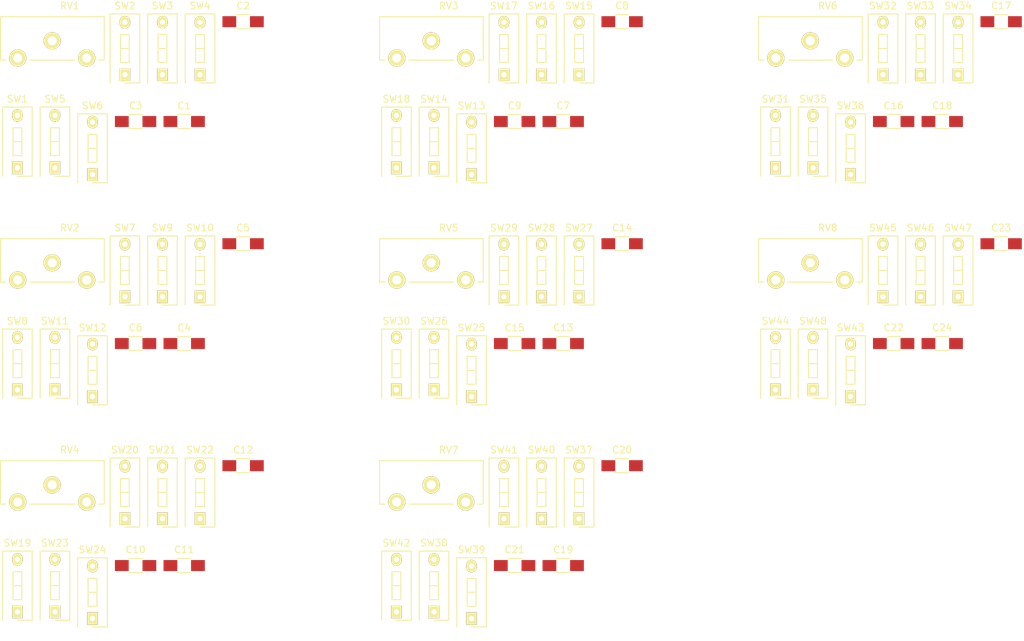
<source format=kicad_pcb>
(kicad_pcb (version 4) (host pcbnew 4.0.1-stable)

  (general
    (links 111)
    (no_connects 111)
    (area 0 0 0 0)
    (thickness 1.6)
    (drawings 0)
    (tracks 0)
    (zones 0)
    (modules 80)
    (nets 58)
  )

  (page A4)
  (layers
    (0 F.Cu signal)
    (31 B.Cu signal)
    (32 B.Adhes user)
    (33 F.Adhes user)
    (34 B.Paste user)
    (35 F.Paste user)
    (36 B.SilkS user)
    (37 F.SilkS user)
    (38 B.Mask user)
    (39 F.Mask user)
    (40 Dwgs.User user)
    (41 Cmts.User user)
    (42 Eco1.User user)
    (43 Eco2.User user)
    (44 Edge.Cuts user)
    (45 Margin user)
    (46 B.CrtYd user)
    (47 F.CrtYd user)
    (48 B.Fab user)
    (49 F.Fab user)
  )

  (setup
    (last_trace_width 0.25)
    (trace_clearance 0.2)
    (zone_clearance 0.508)
    (zone_45_only no)
    (trace_min 0.2)
    (segment_width 0.2)
    (edge_width 0.1)
    (via_size 0.6)
    (via_drill 0.4)
    (via_min_size 0.4)
    (via_min_drill 0.3)
    (uvia_size 0.3)
    (uvia_drill 0.1)
    (uvias_allowed no)
    (uvia_min_size 0.2)
    (uvia_min_drill 0.1)
    (pcb_text_width 0.3)
    (pcb_text_size 1.5 1.5)
    (mod_edge_width 0.15)
    (mod_text_size 1 1)
    (mod_text_width 0.15)
    (pad_size 1.5 1.5)
    (pad_drill 0.6)
    (pad_to_mask_clearance 0)
    (aux_axis_origin 0 0)
    (visible_elements FFFFFF7F)
    (pcbplotparams
      (layerselection 0x00030_80000001)
      (usegerberextensions false)
      (excludeedgelayer true)
      (linewidth 0.100000)
      (plotframeref false)
      (viasonmask false)
      (mode 1)
      (useauxorigin false)
      (hpglpennumber 1)
      (hpglpenspeed 20)
      (hpglpendiameter 15)
      (hpglpenoverlay 2)
      (psnegative false)
      (psa4output false)
      (plotreference true)
      (plotvalue true)
      (plotinvisibletext false)
      (padsonsilk false)
      (subtractmaskfromsilk false)
      (outputformat 1)
      (mirror false)
      (drillshape 1)
      (scaleselection 1)
      (outputdirectory ""))
  )

  (net 0 "")
  (net 1 GND)
  (net 2 "Net-(C1-Pad2)")
  (net 3 "Net-(C2-Pad2)")
  (net 4 "Net-(C3-Pad2)")
  (net 5 "Net-(C4-Pad2)")
  (net 6 "Net-(C5-Pad2)")
  (net 7 "Net-(C6-Pad2)")
  (net 8 "Net-(C7-Pad2)")
  (net 9 "Net-(C8-Pad2)")
  (net 10 "Net-(C9-Pad2)")
  (net 11 "Net-(C10-Pad2)")
  (net 12 "Net-(C11-Pad2)")
  (net 13 "Net-(C12-Pad2)")
  (net 14 "Net-(C13-Pad2)")
  (net 15 "Net-(C14-Pad2)")
  (net 16 "Net-(C15-Pad2)")
  (net 17 "Net-(C16-Pad2)")
  (net 18 "Net-(C17-Pad2)")
  (net 19 "Net-(C18-Pad2)")
  (net 20 "Net-(C19-Pad2)")
  (net 21 "Net-(C20-Pad2)")
  (net 22 "Net-(C21-Pad2)")
  (net 23 "Net-(C22-Pad2)")
  (net 24 "Net-(C23-Pad2)")
  (net 25 "Net-(C24-Pad2)")
  (net 26 "Net-(RV1-Pad2)")
  (net 27 /srcPin_1)
  (net 28 "Net-(RV1-Pad1)")
  (net 29 "Net-(RV2-Pad2)")
  (net 30 /srcPin_2)
  (net 31 "Net-(RV2-Pad1)")
  (net 32 "Net-(RV3-Pad2)")
  (net 33 /srcPin_3)
  (net 34 "Net-(RV3-Pad1)")
  (net 35 "Net-(RV4-Pad2)")
  (net 36 /srcPin_4)
  (net 37 "Net-(RV4-Pad1)")
  (net 38 "Net-(RV5-Pad2)")
  (net 39 /srcPin_5)
  (net 40 "Net-(RV5-Pad1)")
  (net 41 "Net-(RV6-Pad2)")
  (net 42 /srcPin_6)
  (net 43 "Net-(RV6-Pad1)")
  (net 44 "Net-(RV7-Pad2)")
  (net 45 /srcPin_7)
  (net 46 "Net-(RV7-Pad1)")
  (net 47 "Net-(RV8-Pad2)")
  (net 48 /srcPin_8)
  (net 49 "Net-(RV8-Pad1)")
  (net 50 /devPin_1)
  (net 51 /devPin_2)
  (net 52 /devPin_3)
  (net 53 /devPin_4)
  (net 54 /devPin_5)
  (net 55 /devPin_6)
  (net 56 /devPin_7)
  (net 57 /devPin_8)

  (net_class Default "This is the default net class."
    (clearance 0.2)
    (trace_width 0.25)
    (via_dia 0.6)
    (via_drill 0.4)
    (uvia_dia 0.3)
    (uvia_drill 0.1)
    (add_net /devPin_1)
    (add_net /devPin_2)
    (add_net /devPin_3)
    (add_net /devPin_4)
    (add_net /devPin_5)
    (add_net /devPin_6)
    (add_net /devPin_7)
    (add_net /devPin_8)
    (add_net /srcPin_1)
    (add_net /srcPin_2)
    (add_net /srcPin_3)
    (add_net /srcPin_4)
    (add_net /srcPin_5)
    (add_net /srcPin_6)
    (add_net /srcPin_7)
    (add_net /srcPin_8)
    (add_net GND)
    (add_net "Net-(C1-Pad2)")
    (add_net "Net-(C10-Pad2)")
    (add_net "Net-(C11-Pad2)")
    (add_net "Net-(C12-Pad2)")
    (add_net "Net-(C13-Pad2)")
    (add_net "Net-(C14-Pad2)")
    (add_net "Net-(C15-Pad2)")
    (add_net "Net-(C16-Pad2)")
    (add_net "Net-(C17-Pad2)")
    (add_net "Net-(C18-Pad2)")
    (add_net "Net-(C19-Pad2)")
    (add_net "Net-(C2-Pad2)")
    (add_net "Net-(C20-Pad2)")
    (add_net "Net-(C21-Pad2)")
    (add_net "Net-(C22-Pad2)")
    (add_net "Net-(C23-Pad2)")
    (add_net "Net-(C24-Pad2)")
    (add_net "Net-(C3-Pad2)")
    (add_net "Net-(C4-Pad2)")
    (add_net "Net-(C5-Pad2)")
    (add_net "Net-(C6-Pad2)")
    (add_net "Net-(C7-Pad2)")
    (add_net "Net-(C8-Pad2)")
    (add_net "Net-(C9-Pad2)")
    (add_net "Net-(RV1-Pad1)")
    (add_net "Net-(RV1-Pad2)")
    (add_net "Net-(RV2-Pad1)")
    (add_net "Net-(RV2-Pad2)")
    (add_net "Net-(RV3-Pad1)")
    (add_net "Net-(RV3-Pad2)")
    (add_net "Net-(RV4-Pad1)")
    (add_net "Net-(RV4-Pad2)")
    (add_net "Net-(RV5-Pad1)")
    (add_net "Net-(RV5-Pad2)")
    (add_net "Net-(RV6-Pad1)")
    (add_net "Net-(RV6-Pad2)")
    (add_net "Net-(RV7-Pad1)")
    (add_net "Net-(RV7-Pad2)")
    (add_net "Net-(RV8-Pad1)")
    (add_net "Net-(RV8-Pad2)")
  )

  (module Capacitors_SMD:C_1206_HandSoldering (layer F.Cu) (tedit 541A9C03) (tstamp 56D3D065)
    (at 98.045001 71.265)
    (descr "Capacitor SMD 1206, hand soldering")
    (tags "capacitor 1206")
    (path /56A66235/56A6643D)
    (attr smd)
    (fp_text reference C1 (at 0 -2.3) (layer F.SilkS)
      (effects (font (size 1 1) (thickness 0.15)))
    )
    (fp_text value 10u (at 0 2.3) (layer F.Fab)
      (effects (font (size 1 1) (thickness 0.15)))
    )
    (fp_line (start -3.3 -1.15) (end 3.3 -1.15) (layer F.CrtYd) (width 0.05))
    (fp_line (start -3.3 1.15) (end 3.3 1.15) (layer F.CrtYd) (width 0.05))
    (fp_line (start -3.3 -1.15) (end -3.3 1.15) (layer F.CrtYd) (width 0.05))
    (fp_line (start 3.3 -1.15) (end 3.3 1.15) (layer F.CrtYd) (width 0.05))
    (fp_line (start 1 -1.025) (end -1 -1.025) (layer F.SilkS) (width 0.15))
    (fp_line (start -1 1.025) (end 1 1.025) (layer F.SilkS) (width 0.15))
    (pad 1 smd rect (at -2 0) (size 2 1.6) (layers F.Cu F.Paste F.Mask)
      (net 1 GND))
    (pad 2 smd rect (at 2 0) (size 2 1.6) (layers F.Cu F.Paste F.Mask)
      (net 2 "Net-(C1-Pad2)"))
    (model Capacitors_SMD.3dshapes/C_1206_HandSoldering.wrl
      (at (xyz 0 0 0))
      (scale (xyz 1 1 1))
      (rotate (xyz 0 0 0))
    )
  )

  (module Capacitors_SMD:C_1206_HandSoldering (layer F.Cu) (tedit 541A9C03) (tstamp 56D3D071)
    (at 106.595001 56.765)
    (descr "Capacitor SMD 1206, hand soldering")
    (tags "capacitor 1206")
    (path /56A66235/56A66444)
    (attr smd)
    (fp_text reference C2 (at 0 -2.3) (layer F.SilkS)
      (effects (font (size 1 1) (thickness 0.15)))
    )
    (fp_text value 1u (at 0 2.3) (layer F.Fab)
      (effects (font (size 1 1) (thickness 0.15)))
    )
    (fp_line (start -3.3 -1.15) (end 3.3 -1.15) (layer F.CrtYd) (width 0.05))
    (fp_line (start -3.3 1.15) (end 3.3 1.15) (layer F.CrtYd) (width 0.05))
    (fp_line (start -3.3 -1.15) (end -3.3 1.15) (layer F.CrtYd) (width 0.05))
    (fp_line (start 3.3 -1.15) (end 3.3 1.15) (layer F.CrtYd) (width 0.05))
    (fp_line (start 1 -1.025) (end -1 -1.025) (layer F.SilkS) (width 0.15))
    (fp_line (start -1 1.025) (end 1 1.025) (layer F.SilkS) (width 0.15))
    (pad 1 smd rect (at -2 0) (size 2 1.6) (layers F.Cu F.Paste F.Mask)
      (net 1 GND))
    (pad 2 smd rect (at 2 0) (size 2 1.6) (layers F.Cu F.Paste F.Mask)
      (net 3 "Net-(C2-Pad2)"))
    (model Capacitors_SMD.3dshapes/C_1206_HandSoldering.wrl
      (at (xyz 0 0 0))
      (scale (xyz 1 1 1))
      (rotate (xyz 0 0 0))
    )
  )

  (module Capacitors_SMD:C_1206_HandSoldering (layer F.Cu) (tedit 541A9C03) (tstamp 56D3D07D)
    (at 90.995001 71.265)
    (descr "Capacitor SMD 1206, hand soldering")
    (tags "capacitor 1206")
    (path /56A66235/56A6644B)
    (attr smd)
    (fp_text reference C3 (at 0 -2.3) (layer F.SilkS)
      (effects (font (size 1 1) (thickness 0.15)))
    )
    (fp_text value 0.1u (at 0 2.3) (layer F.Fab)
      (effects (font (size 1 1) (thickness 0.15)))
    )
    (fp_line (start -3.3 -1.15) (end 3.3 -1.15) (layer F.CrtYd) (width 0.05))
    (fp_line (start -3.3 1.15) (end 3.3 1.15) (layer F.CrtYd) (width 0.05))
    (fp_line (start -3.3 -1.15) (end -3.3 1.15) (layer F.CrtYd) (width 0.05))
    (fp_line (start 3.3 -1.15) (end 3.3 1.15) (layer F.CrtYd) (width 0.05))
    (fp_line (start 1 -1.025) (end -1 -1.025) (layer F.SilkS) (width 0.15))
    (fp_line (start -1 1.025) (end 1 1.025) (layer F.SilkS) (width 0.15))
    (pad 1 smd rect (at -2 0) (size 2 1.6) (layers F.Cu F.Paste F.Mask)
      (net 1 GND))
    (pad 2 smd rect (at 2 0) (size 2 1.6) (layers F.Cu F.Paste F.Mask)
      (net 4 "Net-(C3-Pad2)"))
    (model Capacitors_SMD.3dshapes/C_1206_HandSoldering.wrl
      (at (xyz 0 0 0))
      (scale (xyz 1 1 1))
      (rotate (xyz 0 0 0))
    )
  )

  (module Capacitors_SMD:C_1206_HandSoldering (layer F.Cu) (tedit 541A9C03) (tstamp 56D3D089)
    (at 98.045001 103.505)
    (descr "Capacitor SMD 1206, hand soldering")
    (tags "capacitor 1206")
    (path /56A66770/56A6643D)
    (attr smd)
    (fp_text reference C4 (at 0 -2.3) (layer F.SilkS)
      (effects (font (size 1 1) (thickness 0.15)))
    )
    (fp_text value 10u (at 0 2.3) (layer F.Fab)
      (effects (font (size 1 1) (thickness 0.15)))
    )
    (fp_line (start -3.3 -1.15) (end 3.3 -1.15) (layer F.CrtYd) (width 0.05))
    (fp_line (start -3.3 1.15) (end 3.3 1.15) (layer F.CrtYd) (width 0.05))
    (fp_line (start -3.3 -1.15) (end -3.3 1.15) (layer F.CrtYd) (width 0.05))
    (fp_line (start 3.3 -1.15) (end 3.3 1.15) (layer F.CrtYd) (width 0.05))
    (fp_line (start 1 -1.025) (end -1 -1.025) (layer F.SilkS) (width 0.15))
    (fp_line (start -1 1.025) (end 1 1.025) (layer F.SilkS) (width 0.15))
    (pad 1 smd rect (at -2 0) (size 2 1.6) (layers F.Cu F.Paste F.Mask)
      (net 1 GND))
    (pad 2 smd rect (at 2 0) (size 2 1.6) (layers F.Cu F.Paste F.Mask)
      (net 5 "Net-(C4-Pad2)"))
    (model Capacitors_SMD.3dshapes/C_1206_HandSoldering.wrl
      (at (xyz 0 0 0))
      (scale (xyz 1 1 1))
      (rotate (xyz 0 0 0))
    )
  )

  (module Capacitors_SMD:C_1206_HandSoldering (layer F.Cu) (tedit 541A9C03) (tstamp 56D3D095)
    (at 106.595001 89.005)
    (descr "Capacitor SMD 1206, hand soldering")
    (tags "capacitor 1206")
    (path /56A66770/56A66444)
    (attr smd)
    (fp_text reference C5 (at 0 -2.3) (layer F.SilkS)
      (effects (font (size 1 1) (thickness 0.15)))
    )
    (fp_text value 1u (at 0 2.3) (layer F.Fab)
      (effects (font (size 1 1) (thickness 0.15)))
    )
    (fp_line (start -3.3 -1.15) (end 3.3 -1.15) (layer F.CrtYd) (width 0.05))
    (fp_line (start -3.3 1.15) (end 3.3 1.15) (layer F.CrtYd) (width 0.05))
    (fp_line (start -3.3 -1.15) (end -3.3 1.15) (layer F.CrtYd) (width 0.05))
    (fp_line (start 3.3 -1.15) (end 3.3 1.15) (layer F.CrtYd) (width 0.05))
    (fp_line (start 1 -1.025) (end -1 -1.025) (layer F.SilkS) (width 0.15))
    (fp_line (start -1 1.025) (end 1 1.025) (layer F.SilkS) (width 0.15))
    (pad 1 smd rect (at -2 0) (size 2 1.6) (layers F.Cu F.Paste F.Mask)
      (net 1 GND))
    (pad 2 smd rect (at 2 0) (size 2 1.6) (layers F.Cu F.Paste F.Mask)
      (net 6 "Net-(C5-Pad2)"))
    (model Capacitors_SMD.3dshapes/C_1206_HandSoldering.wrl
      (at (xyz 0 0 0))
      (scale (xyz 1 1 1))
      (rotate (xyz 0 0 0))
    )
  )

  (module Capacitors_SMD:C_1206_HandSoldering (layer F.Cu) (tedit 541A9C03) (tstamp 56D3D0A1)
    (at 90.995001 103.505)
    (descr "Capacitor SMD 1206, hand soldering")
    (tags "capacitor 1206")
    (path /56A66770/56A6644B)
    (attr smd)
    (fp_text reference C6 (at 0 -2.3) (layer F.SilkS)
      (effects (font (size 1 1) (thickness 0.15)))
    )
    (fp_text value 0.1u (at 0 2.3) (layer F.Fab)
      (effects (font (size 1 1) (thickness 0.15)))
    )
    (fp_line (start -3.3 -1.15) (end 3.3 -1.15) (layer F.CrtYd) (width 0.05))
    (fp_line (start -3.3 1.15) (end 3.3 1.15) (layer F.CrtYd) (width 0.05))
    (fp_line (start -3.3 -1.15) (end -3.3 1.15) (layer F.CrtYd) (width 0.05))
    (fp_line (start 3.3 -1.15) (end 3.3 1.15) (layer F.CrtYd) (width 0.05))
    (fp_line (start 1 -1.025) (end -1 -1.025) (layer F.SilkS) (width 0.15))
    (fp_line (start -1 1.025) (end 1 1.025) (layer F.SilkS) (width 0.15))
    (pad 1 smd rect (at -2 0) (size 2 1.6) (layers F.Cu F.Paste F.Mask)
      (net 1 GND))
    (pad 2 smd rect (at 2 0) (size 2 1.6) (layers F.Cu F.Paste F.Mask)
      (net 7 "Net-(C6-Pad2)"))
    (model Capacitors_SMD.3dshapes/C_1206_HandSoldering.wrl
      (at (xyz 0 0 0))
      (scale (xyz 1 1 1))
      (rotate (xyz 0 0 0))
    )
  )

  (module Capacitors_SMD:C_1206_HandSoldering (layer F.Cu) (tedit 541A9C03) (tstamp 56D3D0AD)
    (at 153.045001 71.265)
    (descr "Capacitor SMD 1206, hand soldering")
    (tags "capacitor 1206")
    (path /56A66986/56A6643D)
    (attr smd)
    (fp_text reference C7 (at 0 -2.3) (layer F.SilkS)
      (effects (font (size 1 1) (thickness 0.15)))
    )
    (fp_text value 10u (at 0 2.3) (layer F.Fab)
      (effects (font (size 1 1) (thickness 0.15)))
    )
    (fp_line (start -3.3 -1.15) (end 3.3 -1.15) (layer F.CrtYd) (width 0.05))
    (fp_line (start -3.3 1.15) (end 3.3 1.15) (layer F.CrtYd) (width 0.05))
    (fp_line (start -3.3 -1.15) (end -3.3 1.15) (layer F.CrtYd) (width 0.05))
    (fp_line (start 3.3 -1.15) (end 3.3 1.15) (layer F.CrtYd) (width 0.05))
    (fp_line (start 1 -1.025) (end -1 -1.025) (layer F.SilkS) (width 0.15))
    (fp_line (start -1 1.025) (end 1 1.025) (layer F.SilkS) (width 0.15))
    (pad 1 smd rect (at -2 0) (size 2 1.6) (layers F.Cu F.Paste F.Mask)
      (net 1 GND))
    (pad 2 smd rect (at 2 0) (size 2 1.6) (layers F.Cu F.Paste F.Mask)
      (net 8 "Net-(C7-Pad2)"))
    (model Capacitors_SMD.3dshapes/C_1206_HandSoldering.wrl
      (at (xyz 0 0 0))
      (scale (xyz 1 1 1))
      (rotate (xyz 0 0 0))
    )
  )

  (module Capacitors_SMD:C_1206_HandSoldering (layer F.Cu) (tedit 541A9C03) (tstamp 56D3D0B9)
    (at 161.595001 56.765)
    (descr "Capacitor SMD 1206, hand soldering")
    (tags "capacitor 1206")
    (path /56A66986/56A66444)
    (attr smd)
    (fp_text reference C8 (at 0 -2.3) (layer F.SilkS)
      (effects (font (size 1 1) (thickness 0.15)))
    )
    (fp_text value 1u (at 0 2.3) (layer F.Fab)
      (effects (font (size 1 1) (thickness 0.15)))
    )
    (fp_line (start -3.3 -1.15) (end 3.3 -1.15) (layer F.CrtYd) (width 0.05))
    (fp_line (start -3.3 1.15) (end 3.3 1.15) (layer F.CrtYd) (width 0.05))
    (fp_line (start -3.3 -1.15) (end -3.3 1.15) (layer F.CrtYd) (width 0.05))
    (fp_line (start 3.3 -1.15) (end 3.3 1.15) (layer F.CrtYd) (width 0.05))
    (fp_line (start 1 -1.025) (end -1 -1.025) (layer F.SilkS) (width 0.15))
    (fp_line (start -1 1.025) (end 1 1.025) (layer F.SilkS) (width 0.15))
    (pad 1 smd rect (at -2 0) (size 2 1.6) (layers F.Cu F.Paste F.Mask)
      (net 1 GND))
    (pad 2 smd rect (at 2 0) (size 2 1.6) (layers F.Cu F.Paste F.Mask)
      (net 9 "Net-(C8-Pad2)"))
    (model Capacitors_SMD.3dshapes/C_1206_HandSoldering.wrl
      (at (xyz 0 0 0))
      (scale (xyz 1 1 1))
      (rotate (xyz 0 0 0))
    )
  )

  (module Capacitors_SMD:C_1206_HandSoldering (layer F.Cu) (tedit 541A9C03) (tstamp 56D3D0C5)
    (at 145.995001 71.265)
    (descr "Capacitor SMD 1206, hand soldering")
    (tags "capacitor 1206")
    (path /56A66986/56A6644B)
    (attr smd)
    (fp_text reference C9 (at 0 -2.3) (layer F.SilkS)
      (effects (font (size 1 1) (thickness 0.15)))
    )
    (fp_text value 0.1u (at 0 2.3) (layer F.Fab)
      (effects (font (size 1 1) (thickness 0.15)))
    )
    (fp_line (start -3.3 -1.15) (end 3.3 -1.15) (layer F.CrtYd) (width 0.05))
    (fp_line (start -3.3 1.15) (end 3.3 1.15) (layer F.CrtYd) (width 0.05))
    (fp_line (start -3.3 -1.15) (end -3.3 1.15) (layer F.CrtYd) (width 0.05))
    (fp_line (start 3.3 -1.15) (end 3.3 1.15) (layer F.CrtYd) (width 0.05))
    (fp_line (start 1 -1.025) (end -1 -1.025) (layer F.SilkS) (width 0.15))
    (fp_line (start -1 1.025) (end 1 1.025) (layer F.SilkS) (width 0.15))
    (pad 1 smd rect (at -2 0) (size 2 1.6) (layers F.Cu F.Paste F.Mask)
      (net 1 GND))
    (pad 2 smd rect (at 2 0) (size 2 1.6) (layers F.Cu F.Paste F.Mask)
      (net 10 "Net-(C9-Pad2)"))
    (model Capacitors_SMD.3dshapes/C_1206_HandSoldering.wrl
      (at (xyz 0 0 0))
      (scale (xyz 1 1 1))
      (rotate (xyz 0 0 0))
    )
  )

  (module Capacitors_SMD:C_1206_HandSoldering (layer F.Cu) (tedit 541A9C03) (tstamp 56D3D0D1)
    (at 90.995001 135.745)
    (descr "Capacitor SMD 1206, hand soldering")
    (tags "capacitor 1206")
    (path /56A66990/56A6643D)
    (attr smd)
    (fp_text reference C10 (at 0 -2.3) (layer F.SilkS)
      (effects (font (size 1 1) (thickness 0.15)))
    )
    (fp_text value 10u (at 0 2.3) (layer F.Fab)
      (effects (font (size 1 1) (thickness 0.15)))
    )
    (fp_line (start -3.3 -1.15) (end 3.3 -1.15) (layer F.CrtYd) (width 0.05))
    (fp_line (start -3.3 1.15) (end 3.3 1.15) (layer F.CrtYd) (width 0.05))
    (fp_line (start -3.3 -1.15) (end -3.3 1.15) (layer F.CrtYd) (width 0.05))
    (fp_line (start 3.3 -1.15) (end 3.3 1.15) (layer F.CrtYd) (width 0.05))
    (fp_line (start 1 -1.025) (end -1 -1.025) (layer F.SilkS) (width 0.15))
    (fp_line (start -1 1.025) (end 1 1.025) (layer F.SilkS) (width 0.15))
    (pad 1 smd rect (at -2 0) (size 2 1.6) (layers F.Cu F.Paste F.Mask)
      (net 1 GND))
    (pad 2 smd rect (at 2 0) (size 2 1.6) (layers F.Cu F.Paste F.Mask)
      (net 11 "Net-(C10-Pad2)"))
    (model Capacitors_SMD.3dshapes/C_1206_HandSoldering.wrl
      (at (xyz 0 0 0))
      (scale (xyz 1 1 1))
      (rotate (xyz 0 0 0))
    )
  )

  (module Capacitors_SMD:C_1206_HandSoldering (layer F.Cu) (tedit 541A9C03) (tstamp 56D3D0DD)
    (at 98.045001 135.745)
    (descr "Capacitor SMD 1206, hand soldering")
    (tags "capacitor 1206")
    (path /56A66990/56A66444)
    (attr smd)
    (fp_text reference C11 (at 0 -2.3) (layer F.SilkS)
      (effects (font (size 1 1) (thickness 0.15)))
    )
    (fp_text value 1u (at 0 2.3) (layer F.Fab)
      (effects (font (size 1 1) (thickness 0.15)))
    )
    (fp_line (start -3.3 -1.15) (end 3.3 -1.15) (layer F.CrtYd) (width 0.05))
    (fp_line (start -3.3 1.15) (end 3.3 1.15) (layer F.CrtYd) (width 0.05))
    (fp_line (start -3.3 -1.15) (end -3.3 1.15) (layer F.CrtYd) (width 0.05))
    (fp_line (start 3.3 -1.15) (end 3.3 1.15) (layer F.CrtYd) (width 0.05))
    (fp_line (start 1 -1.025) (end -1 -1.025) (layer F.SilkS) (width 0.15))
    (fp_line (start -1 1.025) (end 1 1.025) (layer F.SilkS) (width 0.15))
    (pad 1 smd rect (at -2 0) (size 2 1.6) (layers F.Cu F.Paste F.Mask)
      (net 1 GND))
    (pad 2 smd rect (at 2 0) (size 2 1.6) (layers F.Cu F.Paste F.Mask)
      (net 12 "Net-(C11-Pad2)"))
    (model Capacitors_SMD.3dshapes/C_1206_HandSoldering.wrl
      (at (xyz 0 0 0))
      (scale (xyz 1 1 1))
      (rotate (xyz 0 0 0))
    )
  )

  (module Capacitors_SMD:C_1206_HandSoldering (layer F.Cu) (tedit 541A9C03) (tstamp 56D3D0E9)
    (at 106.595001 121.245)
    (descr "Capacitor SMD 1206, hand soldering")
    (tags "capacitor 1206")
    (path /56A66990/56A6644B)
    (attr smd)
    (fp_text reference C12 (at 0 -2.3) (layer F.SilkS)
      (effects (font (size 1 1) (thickness 0.15)))
    )
    (fp_text value 0.1u (at 0 2.3) (layer F.Fab)
      (effects (font (size 1 1) (thickness 0.15)))
    )
    (fp_line (start -3.3 -1.15) (end 3.3 -1.15) (layer F.CrtYd) (width 0.05))
    (fp_line (start -3.3 1.15) (end 3.3 1.15) (layer F.CrtYd) (width 0.05))
    (fp_line (start -3.3 -1.15) (end -3.3 1.15) (layer F.CrtYd) (width 0.05))
    (fp_line (start 3.3 -1.15) (end 3.3 1.15) (layer F.CrtYd) (width 0.05))
    (fp_line (start 1 -1.025) (end -1 -1.025) (layer F.SilkS) (width 0.15))
    (fp_line (start -1 1.025) (end 1 1.025) (layer F.SilkS) (width 0.15))
    (pad 1 smd rect (at -2 0) (size 2 1.6) (layers F.Cu F.Paste F.Mask)
      (net 1 GND))
    (pad 2 smd rect (at 2 0) (size 2 1.6) (layers F.Cu F.Paste F.Mask)
      (net 13 "Net-(C12-Pad2)"))
    (model Capacitors_SMD.3dshapes/C_1206_HandSoldering.wrl
      (at (xyz 0 0 0))
      (scale (xyz 1 1 1))
      (rotate (xyz 0 0 0))
    )
  )

  (module Capacitors_SMD:C_1206_HandSoldering (layer F.Cu) (tedit 541A9C03) (tstamp 56D3D0F5)
    (at 153.045001 103.505)
    (descr "Capacitor SMD 1206, hand soldering")
    (tags "capacitor 1206")
    (path /56A66B28/56A6643D)
    (attr smd)
    (fp_text reference C13 (at 0 -2.3) (layer F.SilkS)
      (effects (font (size 1 1) (thickness 0.15)))
    )
    (fp_text value 10u (at 0 2.3) (layer F.Fab)
      (effects (font (size 1 1) (thickness 0.15)))
    )
    (fp_line (start -3.3 -1.15) (end 3.3 -1.15) (layer F.CrtYd) (width 0.05))
    (fp_line (start -3.3 1.15) (end 3.3 1.15) (layer F.CrtYd) (width 0.05))
    (fp_line (start -3.3 -1.15) (end -3.3 1.15) (layer F.CrtYd) (width 0.05))
    (fp_line (start 3.3 -1.15) (end 3.3 1.15) (layer F.CrtYd) (width 0.05))
    (fp_line (start 1 -1.025) (end -1 -1.025) (layer F.SilkS) (width 0.15))
    (fp_line (start -1 1.025) (end 1 1.025) (layer F.SilkS) (width 0.15))
    (pad 1 smd rect (at -2 0) (size 2 1.6) (layers F.Cu F.Paste F.Mask)
      (net 1 GND))
    (pad 2 smd rect (at 2 0) (size 2 1.6) (layers F.Cu F.Paste F.Mask)
      (net 14 "Net-(C13-Pad2)"))
    (model Capacitors_SMD.3dshapes/C_1206_HandSoldering.wrl
      (at (xyz 0 0 0))
      (scale (xyz 1 1 1))
      (rotate (xyz 0 0 0))
    )
  )

  (module Capacitors_SMD:C_1206_HandSoldering (layer F.Cu) (tedit 541A9C03) (tstamp 56D3D101)
    (at 161.595001 89.005)
    (descr "Capacitor SMD 1206, hand soldering")
    (tags "capacitor 1206")
    (path /56A66B28/56A66444)
    (attr smd)
    (fp_text reference C14 (at 0 -2.3) (layer F.SilkS)
      (effects (font (size 1 1) (thickness 0.15)))
    )
    (fp_text value 1u (at 0 2.3) (layer F.Fab)
      (effects (font (size 1 1) (thickness 0.15)))
    )
    (fp_line (start -3.3 -1.15) (end 3.3 -1.15) (layer F.CrtYd) (width 0.05))
    (fp_line (start -3.3 1.15) (end 3.3 1.15) (layer F.CrtYd) (width 0.05))
    (fp_line (start -3.3 -1.15) (end -3.3 1.15) (layer F.CrtYd) (width 0.05))
    (fp_line (start 3.3 -1.15) (end 3.3 1.15) (layer F.CrtYd) (width 0.05))
    (fp_line (start 1 -1.025) (end -1 -1.025) (layer F.SilkS) (width 0.15))
    (fp_line (start -1 1.025) (end 1 1.025) (layer F.SilkS) (width 0.15))
    (pad 1 smd rect (at -2 0) (size 2 1.6) (layers F.Cu F.Paste F.Mask)
      (net 1 GND))
    (pad 2 smd rect (at 2 0) (size 2 1.6) (layers F.Cu F.Paste F.Mask)
      (net 15 "Net-(C14-Pad2)"))
    (model Capacitors_SMD.3dshapes/C_1206_HandSoldering.wrl
      (at (xyz 0 0 0))
      (scale (xyz 1 1 1))
      (rotate (xyz 0 0 0))
    )
  )

  (module Capacitors_SMD:C_1206_HandSoldering (layer F.Cu) (tedit 541A9C03) (tstamp 56D3D10D)
    (at 145.995001 103.505)
    (descr "Capacitor SMD 1206, hand soldering")
    (tags "capacitor 1206")
    (path /56A66B28/56A6644B)
    (attr smd)
    (fp_text reference C15 (at 0 -2.3) (layer F.SilkS)
      (effects (font (size 1 1) (thickness 0.15)))
    )
    (fp_text value 0.1u (at 0 2.3) (layer F.Fab)
      (effects (font (size 1 1) (thickness 0.15)))
    )
    (fp_line (start -3.3 -1.15) (end 3.3 -1.15) (layer F.CrtYd) (width 0.05))
    (fp_line (start -3.3 1.15) (end 3.3 1.15) (layer F.CrtYd) (width 0.05))
    (fp_line (start -3.3 -1.15) (end -3.3 1.15) (layer F.CrtYd) (width 0.05))
    (fp_line (start 3.3 -1.15) (end 3.3 1.15) (layer F.CrtYd) (width 0.05))
    (fp_line (start 1 -1.025) (end -1 -1.025) (layer F.SilkS) (width 0.15))
    (fp_line (start -1 1.025) (end 1 1.025) (layer F.SilkS) (width 0.15))
    (pad 1 smd rect (at -2 0) (size 2 1.6) (layers F.Cu F.Paste F.Mask)
      (net 1 GND))
    (pad 2 smd rect (at 2 0) (size 2 1.6) (layers F.Cu F.Paste F.Mask)
      (net 16 "Net-(C15-Pad2)"))
    (model Capacitors_SMD.3dshapes/C_1206_HandSoldering.wrl
      (at (xyz 0 0 0))
      (scale (xyz 1 1 1))
      (rotate (xyz 0 0 0))
    )
  )

  (module Capacitors_SMD:C_1206_HandSoldering (layer F.Cu) (tedit 541A9C03) (tstamp 56D3D119)
    (at 200.995001 71.265)
    (descr "Capacitor SMD 1206, hand soldering")
    (tags "capacitor 1206")
    (path /56A66B32/56A6643D)
    (attr smd)
    (fp_text reference C16 (at 0 -2.3) (layer F.SilkS)
      (effects (font (size 1 1) (thickness 0.15)))
    )
    (fp_text value 10u (at 0 2.3) (layer F.Fab)
      (effects (font (size 1 1) (thickness 0.15)))
    )
    (fp_line (start -3.3 -1.15) (end 3.3 -1.15) (layer F.CrtYd) (width 0.05))
    (fp_line (start -3.3 1.15) (end 3.3 1.15) (layer F.CrtYd) (width 0.05))
    (fp_line (start -3.3 -1.15) (end -3.3 1.15) (layer F.CrtYd) (width 0.05))
    (fp_line (start 3.3 -1.15) (end 3.3 1.15) (layer F.CrtYd) (width 0.05))
    (fp_line (start 1 -1.025) (end -1 -1.025) (layer F.SilkS) (width 0.15))
    (fp_line (start -1 1.025) (end 1 1.025) (layer F.SilkS) (width 0.15))
    (pad 1 smd rect (at -2 0) (size 2 1.6) (layers F.Cu F.Paste F.Mask)
      (net 1 GND))
    (pad 2 smd rect (at 2 0) (size 2 1.6) (layers F.Cu F.Paste F.Mask)
      (net 17 "Net-(C16-Pad2)"))
    (model Capacitors_SMD.3dshapes/C_1206_HandSoldering.wrl
      (at (xyz 0 0 0))
      (scale (xyz 1 1 1))
      (rotate (xyz 0 0 0))
    )
  )

  (module Capacitors_SMD:C_1206_HandSoldering (layer F.Cu) (tedit 541A9C03) (tstamp 56D3D125)
    (at 216.595001 56.765)
    (descr "Capacitor SMD 1206, hand soldering")
    (tags "capacitor 1206")
    (path /56A66B32/56A66444)
    (attr smd)
    (fp_text reference C17 (at 0 -2.3) (layer F.SilkS)
      (effects (font (size 1 1) (thickness 0.15)))
    )
    (fp_text value 1u (at 0 2.3) (layer F.Fab)
      (effects (font (size 1 1) (thickness 0.15)))
    )
    (fp_line (start -3.3 -1.15) (end 3.3 -1.15) (layer F.CrtYd) (width 0.05))
    (fp_line (start -3.3 1.15) (end 3.3 1.15) (layer F.CrtYd) (width 0.05))
    (fp_line (start -3.3 -1.15) (end -3.3 1.15) (layer F.CrtYd) (width 0.05))
    (fp_line (start 3.3 -1.15) (end 3.3 1.15) (layer F.CrtYd) (width 0.05))
    (fp_line (start 1 -1.025) (end -1 -1.025) (layer F.SilkS) (width 0.15))
    (fp_line (start -1 1.025) (end 1 1.025) (layer F.SilkS) (width 0.15))
    (pad 1 smd rect (at -2 0) (size 2 1.6) (layers F.Cu F.Paste F.Mask)
      (net 1 GND))
    (pad 2 smd rect (at 2 0) (size 2 1.6) (layers F.Cu F.Paste F.Mask)
      (net 18 "Net-(C17-Pad2)"))
    (model Capacitors_SMD.3dshapes/C_1206_HandSoldering.wrl
      (at (xyz 0 0 0))
      (scale (xyz 1 1 1))
      (rotate (xyz 0 0 0))
    )
  )

  (module Capacitors_SMD:C_1206_HandSoldering (layer F.Cu) (tedit 541A9C03) (tstamp 56D3D131)
    (at 208.045001 71.265)
    (descr "Capacitor SMD 1206, hand soldering")
    (tags "capacitor 1206")
    (path /56A66B32/56A6644B)
    (attr smd)
    (fp_text reference C18 (at 0 -2.3) (layer F.SilkS)
      (effects (font (size 1 1) (thickness 0.15)))
    )
    (fp_text value 0.1u (at 0 2.3) (layer F.Fab)
      (effects (font (size 1 1) (thickness 0.15)))
    )
    (fp_line (start -3.3 -1.15) (end 3.3 -1.15) (layer F.CrtYd) (width 0.05))
    (fp_line (start -3.3 1.15) (end 3.3 1.15) (layer F.CrtYd) (width 0.05))
    (fp_line (start -3.3 -1.15) (end -3.3 1.15) (layer F.CrtYd) (width 0.05))
    (fp_line (start 3.3 -1.15) (end 3.3 1.15) (layer F.CrtYd) (width 0.05))
    (fp_line (start 1 -1.025) (end -1 -1.025) (layer F.SilkS) (width 0.15))
    (fp_line (start -1 1.025) (end 1 1.025) (layer F.SilkS) (width 0.15))
    (pad 1 smd rect (at -2 0) (size 2 1.6) (layers F.Cu F.Paste F.Mask)
      (net 1 GND))
    (pad 2 smd rect (at 2 0) (size 2 1.6) (layers F.Cu F.Paste F.Mask)
      (net 19 "Net-(C18-Pad2)"))
    (model Capacitors_SMD.3dshapes/C_1206_HandSoldering.wrl
      (at (xyz 0 0 0))
      (scale (xyz 1 1 1))
      (rotate (xyz 0 0 0))
    )
  )

  (module Capacitors_SMD:C_1206_HandSoldering (layer F.Cu) (tedit 541A9C03) (tstamp 56D3D13D)
    (at 153.045001 135.745)
    (descr "Capacitor SMD 1206, hand soldering")
    (tags "capacitor 1206")
    (path /56A66C6A/56A6643D)
    (attr smd)
    (fp_text reference C19 (at 0 -2.3) (layer F.SilkS)
      (effects (font (size 1 1) (thickness 0.15)))
    )
    (fp_text value 10u (at 0 2.3) (layer F.Fab)
      (effects (font (size 1 1) (thickness 0.15)))
    )
    (fp_line (start -3.3 -1.15) (end 3.3 -1.15) (layer F.CrtYd) (width 0.05))
    (fp_line (start -3.3 1.15) (end 3.3 1.15) (layer F.CrtYd) (width 0.05))
    (fp_line (start -3.3 -1.15) (end -3.3 1.15) (layer F.CrtYd) (width 0.05))
    (fp_line (start 3.3 -1.15) (end 3.3 1.15) (layer F.CrtYd) (width 0.05))
    (fp_line (start 1 -1.025) (end -1 -1.025) (layer F.SilkS) (width 0.15))
    (fp_line (start -1 1.025) (end 1 1.025) (layer F.SilkS) (width 0.15))
    (pad 1 smd rect (at -2 0) (size 2 1.6) (layers F.Cu F.Paste F.Mask)
      (net 1 GND))
    (pad 2 smd rect (at 2 0) (size 2 1.6) (layers F.Cu F.Paste F.Mask)
      (net 20 "Net-(C19-Pad2)"))
    (model Capacitors_SMD.3dshapes/C_1206_HandSoldering.wrl
      (at (xyz 0 0 0))
      (scale (xyz 1 1 1))
      (rotate (xyz 0 0 0))
    )
  )

  (module Capacitors_SMD:C_1206_HandSoldering (layer F.Cu) (tedit 541A9C03) (tstamp 56D3D149)
    (at 161.595001 121.245)
    (descr "Capacitor SMD 1206, hand soldering")
    (tags "capacitor 1206")
    (path /56A66C6A/56A66444)
    (attr smd)
    (fp_text reference C20 (at 0 -2.3) (layer F.SilkS)
      (effects (font (size 1 1) (thickness 0.15)))
    )
    (fp_text value 1u (at 0 2.3) (layer F.Fab)
      (effects (font (size 1 1) (thickness 0.15)))
    )
    (fp_line (start -3.3 -1.15) (end 3.3 -1.15) (layer F.CrtYd) (width 0.05))
    (fp_line (start -3.3 1.15) (end 3.3 1.15) (layer F.CrtYd) (width 0.05))
    (fp_line (start -3.3 -1.15) (end -3.3 1.15) (layer F.CrtYd) (width 0.05))
    (fp_line (start 3.3 -1.15) (end 3.3 1.15) (layer F.CrtYd) (width 0.05))
    (fp_line (start 1 -1.025) (end -1 -1.025) (layer F.SilkS) (width 0.15))
    (fp_line (start -1 1.025) (end 1 1.025) (layer F.SilkS) (width 0.15))
    (pad 1 smd rect (at -2 0) (size 2 1.6) (layers F.Cu F.Paste F.Mask)
      (net 1 GND))
    (pad 2 smd rect (at 2 0) (size 2 1.6) (layers F.Cu F.Paste F.Mask)
      (net 21 "Net-(C20-Pad2)"))
    (model Capacitors_SMD.3dshapes/C_1206_HandSoldering.wrl
      (at (xyz 0 0 0))
      (scale (xyz 1 1 1))
      (rotate (xyz 0 0 0))
    )
  )

  (module Capacitors_SMD:C_1206_HandSoldering (layer F.Cu) (tedit 541A9C03) (tstamp 56D3D155)
    (at 145.995001 135.745)
    (descr "Capacitor SMD 1206, hand soldering")
    (tags "capacitor 1206")
    (path /56A66C6A/56A6644B)
    (attr smd)
    (fp_text reference C21 (at 0 -2.3) (layer F.SilkS)
      (effects (font (size 1 1) (thickness 0.15)))
    )
    (fp_text value 0.1u (at 0 2.3) (layer F.Fab)
      (effects (font (size 1 1) (thickness 0.15)))
    )
    (fp_line (start -3.3 -1.15) (end 3.3 -1.15) (layer F.CrtYd) (width 0.05))
    (fp_line (start -3.3 1.15) (end 3.3 1.15) (layer F.CrtYd) (width 0.05))
    (fp_line (start -3.3 -1.15) (end -3.3 1.15) (layer F.CrtYd) (width 0.05))
    (fp_line (start 3.3 -1.15) (end 3.3 1.15) (layer F.CrtYd) (width 0.05))
    (fp_line (start 1 -1.025) (end -1 -1.025) (layer F.SilkS) (width 0.15))
    (fp_line (start -1 1.025) (end 1 1.025) (layer F.SilkS) (width 0.15))
    (pad 1 smd rect (at -2 0) (size 2 1.6) (layers F.Cu F.Paste F.Mask)
      (net 1 GND))
    (pad 2 smd rect (at 2 0) (size 2 1.6) (layers F.Cu F.Paste F.Mask)
      (net 22 "Net-(C21-Pad2)"))
    (model Capacitors_SMD.3dshapes/C_1206_HandSoldering.wrl
      (at (xyz 0 0 0))
      (scale (xyz 1 1 1))
      (rotate (xyz 0 0 0))
    )
  )

  (module Capacitors_SMD:C_1206_HandSoldering (layer F.Cu) (tedit 541A9C03) (tstamp 56D3D161)
    (at 200.995001 103.505)
    (descr "Capacitor SMD 1206, hand soldering")
    (tags "capacitor 1206")
    (path /56A66C74/56A6643D)
    (attr smd)
    (fp_text reference C22 (at 0 -2.3) (layer F.SilkS)
      (effects (font (size 1 1) (thickness 0.15)))
    )
    (fp_text value 10u (at 0 2.3) (layer F.Fab)
      (effects (font (size 1 1) (thickness 0.15)))
    )
    (fp_line (start -3.3 -1.15) (end 3.3 -1.15) (layer F.CrtYd) (width 0.05))
    (fp_line (start -3.3 1.15) (end 3.3 1.15) (layer F.CrtYd) (width 0.05))
    (fp_line (start -3.3 -1.15) (end -3.3 1.15) (layer F.CrtYd) (width 0.05))
    (fp_line (start 3.3 -1.15) (end 3.3 1.15) (layer F.CrtYd) (width 0.05))
    (fp_line (start 1 -1.025) (end -1 -1.025) (layer F.SilkS) (width 0.15))
    (fp_line (start -1 1.025) (end 1 1.025) (layer F.SilkS) (width 0.15))
    (pad 1 smd rect (at -2 0) (size 2 1.6) (layers F.Cu F.Paste F.Mask)
      (net 1 GND))
    (pad 2 smd rect (at 2 0) (size 2 1.6) (layers F.Cu F.Paste F.Mask)
      (net 23 "Net-(C22-Pad2)"))
    (model Capacitors_SMD.3dshapes/C_1206_HandSoldering.wrl
      (at (xyz 0 0 0))
      (scale (xyz 1 1 1))
      (rotate (xyz 0 0 0))
    )
  )

  (module Capacitors_SMD:C_1206_HandSoldering (layer F.Cu) (tedit 541A9C03) (tstamp 56D3D16D)
    (at 216.595001 89.005)
    (descr "Capacitor SMD 1206, hand soldering")
    (tags "capacitor 1206")
    (path /56A66C74/56A66444)
    (attr smd)
    (fp_text reference C23 (at 0 -2.3) (layer F.SilkS)
      (effects (font (size 1 1) (thickness 0.15)))
    )
    (fp_text value 1u (at 0 2.3) (layer F.Fab)
      (effects (font (size 1 1) (thickness 0.15)))
    )
    (fp_line (start -3.3 -1.15) (end 3.3 -1.15) (layer F.CrtYd) (width 0.05))
    (fp_line (start -3.3 1.15) (end 3.3 1.15) (layer F.CrtYd) (width 0.05))
    (fp_line (start -3.3 -1.15) (end -3.3 1.15) (layer F.CrtYd) (width 0.05))
    (fp_line (start 3.3 -1.15) (end 3.3 1.15) (layer F.CrtYd) (width 0.05))
    (fp_line (start 1 -1.025) (end -1 -1.025) (layer F.SilkS) (width 0.15))
    (fp_line (start -1 1.025) (end 1 1.025) (layer F.SilkS) (width 0.15))
    (pad 1 smd rect (at -2 0) (size 2 1.6) (layers F.Cu F.Paste F.Mask)
      (net 1 GND))
    (pad 2 smd rect (at 2 0) (size 2 1.6) (layers F.Cu F.Paste F.Mask)
      (net 24 "Net-(C23-Pad2)"))
    (model Capacitors_SMD.3dshapes/C_1206_HandSoldering.wrl
      (at (xyz 0 0 0))
      (scale (xyz 1 1 1))
      (rotate (xyz 0 0 0))
    )
  )

  (module Capacitors_SMD:C_1206_HandSoldering (layer F.Cu) (tedit 541A9C03) (tstamp 56D3D179)
    (at 208.045001 103.505)
    (descr "Capacitor SMD 1206, hand soldering")
    (tags "capacitor 1206")
    (path /56A66C74/56A6644B)
    (attr smd)
    (fp_text reference C24 (at 0 -2.3) (layer F.SilkS)
      (effects (font (size 1 1) (thickness 0.15)))
    )
    (fp_text value 0.1u (at 0 2.3) (layer F.Fab)
      (effects (font (size 1 1) (thickness 0.15)))
    )
    (fp_line (start -3.3 -1.15) (end 3.3 -1.15) (layer F.CrtYd) (width 0.05))
    (fp_line (start -3.3 1.15) (end 3.3 1.15) (layer F.CrtYd) (width 0.05))
    (fp_line (start -3.3 -1.15) (end -3.3 1.15) (layer F.CrtYd) (width 0.05))
    (fp_line (start 3.3 -1.15) (end 3.3 1.15) (layer F.CrtYd) (width 0.05))
    (fp_line (start 1 -1.025) (end -1 -1.025) (layer F.SilkS) (width 0.15))
    (fp_line (start -1 1.025) (end 1 1.025) (layer F.SilkS) (width 0.15))
    (pad 1 smd rect (at -2 0) (size 2 1.6) (layers F.Cu F.Paste F.Mask)
      (net 1 GND))
    (pad 2 smd rect (at 2 0) (size 2 1.6) (layers F.Cu F.Paste F.Mask)
      (net 25 "Net-(C24-Pad2)"))
    (model Capacitors_SMD.3dshapes/C_1206_HandSoldering.wrl
      (at (xyz 0 0 0))
      (scale (xyz 1 1 1))
      (rotate (xyz 0 0 0))
    )
  )

  (module Potentiometers:Potentiometer_Trimmer-Piher-PT15-h2-5_vertical (layer F.Cu) (tedit 5446FD75) (tstamp 56D3D186)
    (at 73.894361 62.04436)
    (descr "Potentiometer, Trimmer, Piher, PT15, Type h 2.5, vertical, Rev A, 02 Aug 2010,")
    (tags "Potentiometer, Trimmer, Piher, PT15, Type h 2.5, vertical, Rev A, 02 Aug 2010,")
    (path /56A66235/56A6642A)
    (fp_text reference RV1 (at 7.54126 -7.57936) (layer F.SilkS)
      (effects (font (size 1 1) (thickness 0.15)))
    )
    (fp_text value POT (at 5.00126 3.85064) (layer F.Fab)
      (effects (font (size 1 1) (thickness 0.15)))
    )
    (fp_line (start 1.75006 0.29972) (end 8.25246 0.29972) (layer F.SilkS) (width 0.15))
    (fp_line (start 11.75004 0.29972) (end 12.50188 0.29972) (layer F.SilkS) (width 0.15))
    (fp_line (start -2.49936 0.29972) (end -1.74752 0.29972) (layer F.SilkS) (width 0.15))
    (fp_line (start 12.55268 0.29972) (end 12.55268 -5.99948) (layer F.SilkS) (width 0.15))
    (fp_line (start 12.55014 -5.99948) (end -2.4511 -5.99948) (layer F.SilkS) (width 0.15))
    (fp_line (start -2.49936 -5.99948) (end -2.49936 0.29972) (layer F.SilkS) (width 0.15))
    (pad 2 thru_hole circle (at 5.00126 -2.49936) (size 2.49936 2.49936) (drill 1.30048) (layers *.Cu *.Mask F.SilkS)
      (net 26 "Net-(RV1-Pad2)"))
    (pad 3 thru_hole circle (at 10.00252 0) (size 2.49936 2.49936) (drill 1.30048) (layers *.Cu *.Mask F.SilkS)
      (net 27 /srcPin_1))
    (pad 1 thru_hole circle (at 0 0) (size 2.49936 2.49936) (drill 1.30048) (layers *.Cu *.Mask F.SilkS)
      (net 28 "Net-(RV1-Pad1)"))
  )

  (module Potentiometers:Potentiometer_Trimmer-Piher-PT15-h2-5_vertical (layer F.Cu) (tedit 5446FD75) (tstamp 56D3D193)
    (at 73.894361 94.28436)
    (descr "Potentiometer, Trimmer, Piher, PT15, Type h 2.5, vertical, Rev A, 02 Aug 2010,")
    (tags "Potentiometer, Trimmer, Piher, PT15, Type h 2.5, vertical, Rev A, 02 Aug 2010,")
    (path /56A66770/56A6642A)
    (fp_text reference RV2 (at 7.54126 -7.57936) (layer F.SilkS)
      (effects (font (size 1 1) (thickness 0.15)))
    )
    (fp_text value POT (at 5.00126 3.85064) (layer F.Fab)
      (effects (font (size 1 1) (thickness 0.15)))
    )
    (fp_line (start 1.75006 0.29972) (end 8.25246 0.29972) (layer F.SilkS) (width 0.15))
    (fp_line (start 11.75004 0.29972) (end 12.50188 0.29972) (layer F.SilkS) (width 0.15))
    (fp_line (start -2.49936 0.29972) (end -1.74752 0.29972) (layer F.SilkS) (width 0.15))
    (fp_line (start 12.55268 0.29972) (end 12.55268 -5.99948) (layer F.SilkS) (width 0.15))
    (fp_line (start 12.55014 -5.99948) (end -2.4511 -5.99948) (layer F.SilkS) (width 0.15))
    (fp_line (start -2.49936 -5.99948) (end -2.49936 0.29972) (layer F.SilkS) (width 0.15))
    (pad 2 thru_hole circle (at 5.00126 -2.49936) (size 2.49936 2.49936) (drill 1.30048) (layers *.Cu *.Mask F.SilkS)
      (net 29 "Net-(RV2-Pad2)"))
    (pad 3 thru_hole circle (at 10.00252 0) (size 2.49936 2.49936) (drill 1.30048) (layers *.Cu *.Mask F.SilkS)
      (net 30 /srcPin_2))
    (pad 1 thru_hole circle (at 0 0) (size 2.49936 2.49936) (drill 1.30048) (layers *.Cu *.Mask F.SilkS)
      (net 31 "Net-(RV2-Pad1)"))
  )

  (module Potentiometers:Potentiometer_Trimmer-Piher-PT15-h2-5_vertical (layer F.Cu) (tedit 5446FD75) (tstamp 56D3D1A0)
    (at 128.894361 62.04436)
    (descr "Potentiometer, Trimmer, Piher, PT15, Type h 2.5, vertical, Rev A, 02 Aug 2010,")
    (tags "Potentiometer, Trimmer, Piher, PT15, Type h 2.5, vertical, Rev A, 02 Aug 2010,")
    (path /56A66986/56A6642A)
    (fp_text reference RV3 (at 7.54126 -7.57936) (layer F.SilkS)
      (effects (font (size 1 1) (thickness 0.15)))
    )
    (fp_text value POT (at 5.00126 3.85064) (layer F.Fab)
      (effects (font (size 1 1) (thickness 0.15)))
    )
    (fp_line (start 1.75006 0.29972) (end 8.25246 0.29972) (layer F.SilkS) (width 0.15))
    (fp_line (start 11.75004 0.29972) (end 12.50188 0.29972) (layer F.SilkS) (width 0.15))
    (fp_line (start -2.49936 0.29972) (end -1.74752 0.29972) (layer F.SilkS) (width 0.15))
    (fp_line (start 12.55268 0.29972) (end 12.55268 -5.99948) (layer F.SilkS) (width 0.15))
    (fp_line (start 12.55014 -5.99948) (end -2.4511 -5.99948) (layer F.SilkS) (width 0.15))
    (fp_line (start -2.49936 -5.99948) (end -2.49936 0.29972) (layer F.SilkS) (width 0.15))
    (pad 2 thru_hole circle (at 5.00126 -2.49936) (size 2.49936 2.49936) (drill 1.30048) (layers *.Cu *.Mask F.SilkS)
      (net 32 "Net-(RV3-Pad2)"))
    (pad 3 thru_hole circle (at 10.00252 0) (size 2.49936 2.49936) (drill 1.30048) (layers *.Cu *.Mask F.SilkS)
      (net 33 /srcPin_3))
    (pad 1 thru_hole circle (at 0 0) (size 2.49936 2.49936) (drill 1.30048) (layers *.Cu *.Mask F.SilkS)
      (net 34 "Net-(RV3-Pad1)"))
  )

  (module Potentiometers:Potentiometer_Trimmer-Piher-PT15-h2-5_vertical (layer F.Cu) (tedit 5446FD75) (tstamp 56D3D1AD)
    (at 73.894361 126.52436)
    (descr "Potentiometer, Trimmer, Piher, PT15, Type h 2.5, vertical, Rev A, 02 Aug 2010,")
    (tags "Potentiometer, Trimmer, Piher, PT15, Type h 2.5, vertical, Rev A, 02 Aug 2010,")
    (path /56A66990/56A6642A)
    (fp_text reference RV4 (at 7.54126 -7.57936) (layer F.SilkS)
      (effects (font (size 1 1) (thickness 0.15)))
    )
    (fp_text value POT (at 5.00126 3.85064) (layer F.Fab)
      (effects (font (size 1 1) (thickness 0.15)))
    )
    (fp_line (start 1.75006 0.29972) (end 8.25246 0.29972) (layer F.SilkS) (width 0.15))
    (fp_line (start 11.75004 0.29972) (end 12.50188 0.29972) (layer F.SilkS) (width 0.15))
    (fp_line (start -2.49936 0.29972) (end -1.74752 0.29972) (layer F.SilkS) (width 0.15))
    (fp_line (start 12.55268 0.29972) (end 12.55268 -5.99948) (layer F.SilkS) (width 0.15))
    (fp_line (start 12.55014 -5.99948) (end -2.4511 -5.99948) (layer F.SilkS) (width 0.15))
    (fp_line (start -2.49936 -5.99948) (end -2.49936 0.29972) (layer F.SilkS) (width 0.15))
    (pad 2 thru_hole circle (at 5.00126 -2.49936) (size 2.49936 2.49936) (drill 1.30048) (layers *.Cu *.Mask F.SilkS)
      (net 35 "Net-(RV4-Pad2)"))
    (pad 3 thru_hole circle (at 10.00252 0) (size 2.49936 2.49936) (drill 1.30048) (layers *.Cu *.Mask F.SilkS)
      (net 36 /srcPin_4))
    (pad 1 thru_hole circle (at 0 0) (size 2.49936 2.49936) (drill 1.30048) (layers *.Cu *.Mask F.SilkS)
      (net 37 "Net-(RV4-Pad1)"))
  )

  (module Potentiometers:Potentiometer_Trimmer-Piher-PT15-h2-5_vertical (layer F.Cu) (tedit 5446FD75) (tstamp 56D3D1BA)
    (at 128.894361 94.28436)
    (descr "Potentiometer, Trimmer, Piher, PT15, Type h 2.5, vertical, Rev A, 02 Aug 2010,")
    (tags "Potentiometer, Trimmer, Piher, PT15, Type h 2.5, vertical, Rev A, 02 Aug 2010,")
    (path /56A66B28/56A6642A)
    (fp_text reference RV5 (at 7.54126 -7.57936) (layer F.SilkS)
      (effects (font (size 1 1) (thickness 0.15)))
    )
    (fp_text value POT (at 5.00126 3.85064) (layer F.Fab)
      (effects (font (size 1 1) (thickness 0.15)))
    )
    (fp_line (start 1.75006 0.29972) (end 8.25246 0.29972) (layer F.SilkS) (width 0.15))
    (fp_line (start 11.75004 0.29972) (end 12.50188 0.29972) (layer F.SilkS) (width 0.15))
    (fp_line (start -2.49936 0.29972) (end -1.74752 0.29972) (layer F.SilkS) (width 0.15))
    (fp_line (start 12.55268 0.29972) (end 12.55268 -5.99948) (layer F.SilkS) (width 0.15))
    (fp_line (start 12.55014 -5.99948) (end -2.4511 -5.99948) (layer F.SilkS) (width 0.15))
    (fp_line (start -2.49936 -5.99948) (end -2.49936 0.29972) (layer F.SilkS) (width 0.15))
    (pad 2 thru_hole circle (at 5.00126 -2.49936) (size 2.49936 2.49936) (drill 1.30048) (layers *.Cu *.Mask F.SilkS)
      (net 38 "Net-(RV5-Pad2)"))
    (pad 3 thru_hole circle (at 10.00252 0) (size 2.49936 2.49936) (drill 1.30048) (layers *.Cu *.Mask F.SilkS)
      (net 39 /srcPin_5))
    (pad 1 thru_hole circle (at 0 0) (size 2.49936 2.49936) (drill 1.30048) (layers *.Cu *.Mask F.SilkS)
      (net 40 "Net-(RV5-Pad1)"))
  )

  (module Potentiometers:Potentiometer_Trimmer-Piher-PT15-h2-5_vertical (layer F.Cu) (tedit 5446FD75) (tstamp 56D3D1C7)
    (at 183.894361 62.04436)
    (descr "Potentiometer, Trimmer, Piher, PT15, Type h 2.5, vertical, Rev A, 02 Aug 2010,")
    (tags "Potentiometer, Trimmer, Piher, PT15, Type h 2.5, vertical, Rev A, 02 Aug 2010,")
    (path /56A66B32/56A6642A)
    (fp_text reference RV6 (at 7.54126 -7.57936) (layer F.SilkS)
      (effects (font (size 1 1) (thickness 0.15)))
    )
    (fp_text value POT (at 5.00126 3.85064) (layer F.Fab)
      (effects (font (size 1 1) (thickness 0.15)))
    )
    (fp_line (start 1.75006 0.29972) (end 8.25246 0.29972) (layer F.SilkS) (width 0.15))
    (fp_line (start 11.75004 0.29972) (end 12.50188 0.29972) (layer F.SilkS) (width 0.15))
    (fp_line (start -2.49936 0.29972) (end -1.74752 0.29972) (layer F.SilkS) (width 0.15))
    (fp_line (start 12.55268 0.29972) (end 12.55268 -5.99948) (layer F.SilkS) (width 0.15))
    (fp_line (start 12.55014 -5.99948) (end -2.4511 -5.99948) (layer F.SilkS) (width 0.15))
    (fp_line (start -2.49936 -5.99948) (end -2.49936 0.29972) (layer F.SilkS) (width 0.15))
    (pad 2 thru_hole circle (at 5.00126 -2.49936) (size 2.49936 2.49936) (drill 1.30048) (layers *.Cu *.Mask F.SilkS)
      (net 41 "Net-(RV6-Pad2)"))
    (pad 3 thru_hole circle (at 10.00252 0) (size 2.49936 2.49936) (drill 1.30048) (layers *.Cu *.Mask F.SilkS)
      (net 42 /srcPin_6))
    (pad 1 thru_hole circle (at 0 0) (size 2.49936 2.49936) (drill 1.30048) (layers *.Cu *.Mask F.SilkS)
      (net 43 "Net-(RV6-Pad1)"))
  )

  (module Potentiometers:Potentiometer_Trimmer-Piher-PT15-h2-5_vertical (layer F.Cu) (tedit 5446FD75) (tstamp 56D3D1D4)
    (at 128.894361 126.52436)
    (descr "Potentiometer, Trimmer, Piher, PT15, Type h 2.5, vertical, Rev A, 02 Aug 2010,")
    (tags "Potentiometer, Trimmer, Piher, PT15, Type h 2.5, vertical, Rev A, 02 Aug 2010,")
    (path /56A66C6A/56A6642A)
    (fp_text reference RV7 (at 7.54126 -7.57936) (layer F.SilkS)
      (effects (font (size 1 1) (thickness 0.15)))
    )
    (fp_text value POT (at 5.00126 3.85064) (layer F.Fab)
      (effects (font (size 1 1) (thickness 0.15)))
    )
    (fp_line (start 1.75006 0.29972) (end 8.25246 0.29972) (layer F.SilkS) (width 0.15))
    (fp_line (start 11.75004 0.29972) (end 12.50188 0.29972) (layer F.SilkS) (width 0.15))
    (fp_line (start -2.49936 0.29972) (end -1.74752 0.29972) (layer F.SilkS) (width 0.15))
    (fp_line (start 12.55268 0.29972) (end 12.55268 -5.99948) (layer F.SilkS) (width 0.15))
    (fp_line (start 12.55014 -5.99948) (end -2.4511 -5.99948) (layer F.SilkS) (width 0.15))
    (fp_line (start -2.49936 -5.99948) (end -2.49936 0.29972) (layer F.SilkS) (width 0.15))
    (pad 2 thru_hole circle (at 5.00126 -2.49936) (size 2.49936 2.49936) (drill 1.30048) (layers *.Cu *.Mask F.SilkS)
      (net 44 "Net-(RV7-Pad2)"))
    (pad 3 thru_hole circle (at 10.00252 0) (size 2.49936 2.49936) (drill 1.30048) (layers *.Cu *.Mask F.SilkS)
      (net 45 /srcPin_7))
    (pad 1 thru_hole circle (at 0 0) (size 2.49936 2.49936) (drill 1.30048) (layers *.Cu *.Mask F.SilkS)
      (net 46 "Net-(RV7-Pad1)"))
  )

  (module Potentiometers:Potentiometer_Trimmer-Piher-PT15-h2-5_vertical (layer F.Cu) (tedit 5446FD75) (tstamp 56D3D1E1)
    (at 183.894361 94.28436)
    (descr "Potentiometer, Trimmer, Piher, PT15, Type h 2.5, vertical, Rev A, 02 Aug 2010,")
    (tags "Potentiometer, Trimmer, Piher, PT15, Type h 2.5, vertical, Rev A, 02 Aug 2010,")
    (path /56A66C74/56A6642A)
    (fp_text reference RV8 (at 7.54126 -7.57936) (layer F.SilkS)
      (effects (font (size 1 1) (thickness 0.15)))
    )
    (fp_text value POT (at 5.00126 3.85064) (layer F.Fab)
      (effects (font (size 1 1) (thickness 0.15)))
    )
    (fp_line (start 1.75006 0.29972) (end 8.25246 0.29972) (layer F.SilkS) (width 0.15))
    (fp_line (start 11.75004 0.29972) (end 12.50188 0.29972) (layer F.SilkS) (width 0.15))
    (fp_line (start -2.49936 0.29972) (end -1.74752 0.29972) (layer F.SilkS) (width 0.15))
    (fp_line (start 12.55268 0.29972) (end 12.55268 -5.99948) (layer F.SilkS) (width 0.15))
    (fp_line (start 12.55014 -5.99948) (end -2.4511 -5.99948) (layer F.SilkS) (width 0.15))
    (fp_line (start -2.49936 -5.99948) (end -2.49936 0.29972) (layer F.SilkS) (width 0.15))
    (pad 2 thru_hole circle (at 5.00126 -2.49936) (size 2.49936 2.49936) (drill 1.30048) (layers *.Cu *.Mask F.SilkS)
      (net 47 "Net-(RV8-Pad2)"))
    (pad 3 thru_hole circle (at 10.00252 0) (size 2.49936 2.49936) (drill 1.30048) (layers *.Cu *.Mask F.SilkS)
      (net 48 /srcPin_8))
    (pad 1 thru_hole circle (at 0 0) (size 2.49936 2.49936) (drill 1.30048) (layers *.Cu *.Mask F.SilkS)
      (net 49 "Net-(RV8-Pad1)"))
  )

  (module Buttons_Switches_ThroughHole:SW_DIP_x1_Slide (layer F.Cu) (tedit 54C4BC96) (tstamp 56D3D1F4)
    (at 73.845001 77.995)
    (descr "CTS Electrocomponents, Series 206/208")
    (path /56A66235/56A66452)
    (fp_text reference SW1 (at 0 -10) (layer F.SilkS)
      (effects (font (size 1 1) (thickness 0.15)))
    )
    (fp_text value SPST (at 0.5 2.4) (layer F.Fab)
      (effects (font (size 1 1) (thickness 0.15)))
    )
    (fp_line (start 2.5 1.55) (end -2.5 1.55) (layer F.CrtYd) (width 0.05))
    (fp_line (start -2.5 1.55) (end -2.5 -9.15) (layer F.CrtYd) (width 0.05))
    (fp_line (start -2.5 -9.15) (end 2.5 -9.15) (layer F.CrtYd) (width 0.05))
    (fp_line (start 2.5 -9.15) (end 2.5 1.55) (layer F.CrtYd) (width 0.05))
    (fp_line (start -2.15 -8.83) (end 2.15 -8.83) (layer F.SilkS) (width 0.15))
    (fp_line (start 0 1.21) (end 2.15 1.21) (layer F.SilkS) (width 0.15))
    (fp_line (start -2.15 -8.83) (end -2.15 1.21) (layer F.SilkS) (width 0.15))
    (fp_line (start 2.15 -8.83) (end 2.15 1.21) (layer F.SilkS) (width 0.15))
    (fp_line (start -0.64 -3.81) (end 0.64 -3.81) (layer F.SilkS) (width 0.15))
    (fp_line (start -0.64 -5.84) (end -0.64 -1.78) (layer F.SilkS) (width 0.15))
    (fp_line (start -0.64 -1.78) (end 0.64 -1.78) (layer F.SilkS) (width 0.15))
    (fp_line (start 0.64 -1.78) (end 0.64 -5.84) (layer F.SilkS) (width 0.15))
    (fp_line (start 0.64 -5.84) (end -0.64 -5.84) (layer F.SilkS) (width 0.15))
    (pad 1 thru_hole rect (at 0 0) (size 1.524 1.824) (drill 0.762) (layers *.Cu *.Mask F.SilkS)
      (net 50 /devPin_1))
    (pad 2 thru_hole oval (at 0 -7.62) (size 1.524 1.824) (drill 0.762) (layers *.Cu *.Mask F.SilkS)
      (net 2 "Net-(C1-Pad2)"))
    (model Buttons_Switches_ThroughHole.3dshapes/SW_DIP_x1_Slide.wrl
      (at (xyz 0 0 0))
      (scale (xyz 1 1 1))
      (rotate (xyz 0 0 0))
    )
  )

  (module Buttons_Switches_ThroughHole:SW_DIP_x1_Slide (layer F.Cu) (tedit 54C4BC96) (tstamp 56D3D207)
    (at 89.445001 64.465)
    (descr "CTS Electrocomponents, Series 206/208")
    (path /56A66235/56A66459)
    (fp_text reference SW2 (at 0 -10) (layer F.SilkS)
      (effects (font (size 1 1) (thickness 0.15)))
    )
    (fp_text value SPST (at 0.5 2.4) (layer F.Fab)
      (effects (font (size 1 1) (thickness 0.15)))
    )
    (fp_line (start 2.5 1.55) (end -2.5 1.55) (layer F.CrtYd) (width 0.05))
    (fp_line (start -2.5 1.55) (end -2.5 -9.15) (layer F.CrtYd) (width 0.05))
    (fp_line (start -2.5 -9.15) (end 2.5 -9.15) (layer F.CrtYd) (width 0.05))
    (fp_line (start 2.5 -9.15) (end 2.5 1.55) (layer F.CrtYd) (width 0.05))
    (fp_line (start -2.15 -8.83) (end 2.15 -8.83) (layer F.SilkS) (width 0.15))
    (fp_line (start 0 1.21) (end 2.15 1.21) (layer F.SilkS) (width 0.15))
    (fp_line (start -2.15 -8.83) (end -2.15 1.21) (layer F.SilkS) (width 0.15))
    (fp_line (start 2.15 -8.83) (end 2.15 1.21) (layer F.SilkS) (width 0.15))
    (fp_line (start -0.64 -3.81) (end 0.64 -3.81) (layer F.SilkS) (width 0.15))
    (fp_line (start -0.64 -5.84) (end -0.64 -1.78) (layer F.SilkS) (width 0.15))
    (fp_line (start -0.64 -1.78) (end 0.64 -1.78) (layer F.SilkS) (width 0.15))
    (fp_line (start 0.64 -1.78) (end 0.64 -5.84) (layer F.SilkS) (width 0.15))
    (fp_line (start 0.64 -5.84) (end -0.64 -5.84) (layer F.SilkS) (width 0.15))
    (pad 1 thru_hole rect (at 0 0) (size 1.524 1.824) (drill 0.762) (layers *.Cu *.Mask F.SilkS)
      (net 50 /devPin_1))
    (pad 2 thru_hole oval (at 0 -7.62) (size 1.524 1.824) (drill 0.762) (layers *.Cu *.Mask F.SilkS)
      (net 3 "Net-(C2-Pad2)"))
    (model Buttons_Switches_ThroughHole.3dshapes/SW_DIP_x1_Slide.wrl
      (at (xyz 0 0 0))
      (scale (xyz 1 1 1))
      (rotate (xyz 0 0 0))
    )
  )

  (module Buttons_Switches_ThroughHole:SW_DIP_x1_Slide (layer F.Cu) (tedit 54C4BC96) (tstamp 56D3D21A)
    (at 94.895001 64.465)
    (descr "CTS Electrocomponents, Series 206/208")
    (path /56A66235/56A66460)
    (fp_text reference SW3 (at 0 -10) (layer F.SilkS)
      (effects (font (size 1 1) (thickness 0.15)))
    )
    (fp_text value SPST (at 0.5 2.4) (layer F.Fab)
      (effects (font (size 1 1) (thickness 0.15)))
    )
    (fp_line (start 2.5 1.55) (end -2.5 1.55) (layer F.CrtYd) (width 0.05))
    (fp_line (start -2.5 1.55) (end -2.5 -9.15) (layer F.CrtYd) (width 0.05))
    (fp_line (start -2.5 -9.15) (end 2.5 -9.15) (layer F.CrtYd) (width 0.05))
    (fp_line (start 2.5 -9.15) (end 2.5 1.55) (layer F.CrtYd) (width 0.05))
    (fp_line (start -2.15 -8.83) (end 2.15 -8.83) (layer F.SilkS) (width 0.15))
    (fp_line (start 0 1.21) (end 2.15 1.21) (layer F.SilkS) (width 0.15))
    (fp_line (start -2.15 -8.83) (end -2.15 1.21) (layer F.SilkS) (width 0.15))
    (fp_line (start 2.15 -8.83) (end 2.15 1.21) (layer F.SilkS) (width 0.15))
    (fp_line (start -0.64 -3.81) (end 0.64 -3.81) (layer F.SilkS) (width 0.15))
    (fp_line (start -0.64 -5.84) (end -0.64 -1.78) (layer F.SilkS) (width 0.15))
    (fp_line (start -0.64 -1.78) (end 0.64 -1.78) (layer F.SilkS) (width 0.15))
    (fp_line (start 0.64 -1.78) (end 0.64 -5.84) (layer F.SilkS) (width 0.15))
    (fp_line (start 0.64 -5.84) (end -0.64 -5.84) (layer F.SilkS) (width 0.15))
    (pad 1 thru_hole rect (at 0 0) (size 1.524 1.824) (drill 0.762) (layers *.Cu *.Mask F.SilkS)
      (net 50 /devPin_1))
    (pad 2 thru_hole oval (at 0 -7.62) (size 1.524 1.824) (drill 0.762) (layers *.Cu *.Mask F.SilkS)
      (net 4 "Net-(C3-Pad2)"))
    (model Buttons_Switches_ThroughHole.3dshapes/SW_DIP_x1_Slide.wrl
      (at (xyz 0 0 0))
      (scale (xyz 1 1 1))
      (rotate (xyz 0 0 0))
    )
  )

  (module Buttons_Switches_ThroughHole:SW_DIP_x1_Slide (layer F.Cu) (tedit 54C4BC96) (tstamp 56D3D22D)
    (at 100.345001 64.465)
    (descr "CTS Electrocomponents, Series 206/208")
    (path /56A66235/56A66467)
    (fp_text reference SW4 (at 0 -10) (layer F.SilkS)
      (effects (font (size 1 1) (thickness 0.15)))
    )
    (fp_text value SPST (at 0.5 2.4) (layer F.Fab)
      (effects (font (size 1 1) (thickness 0.15)))
    )
    (fp_line (start 2.5 1.55) (end -2.5 1.55) (layer F.CrtYd) (width 0.05))
    (fp_line (start -2.5 1.55) (end -2.5 -9.15) (layer F.CrtYd) (width 0.05))
    (fp_line (start -2.5 -9.15) (end 2.5 -9.15) (layer F.CrtYd) (width 0.05))
    (fp_line (start 2.5 -9.15) (end 2.5 1.55) (layer F.CrtYd) (width 0.05))
    (fp_line (start -2.15 -8.83) (end 2.15 -8.83) (layer F.SilkS) (width 0.15))
    (fp_line (start 0 1.21) (end 2.15 1.21) (layer F.SilkS) (width 0.15))
    (fp_line (start -2.15 -8.83) (end -2.15 1.21) (layer F.SilkS) (width 0.15))
    (fp_line (start 2.15 -8.83) (end 2.15 1.21) (layer F.SilkS) (width 0.15))
    (fp_line (start -0.64 -3.81) (end 0.64 -3.81) (layer F.SilkS) (width 0.15))
    (fp_line (start -0.64 -5.84) (end -0.64 -1.78) (layer F.SilkS) (width 0.15))
    (fp_line (start -0.64 -1.78) (end 0.64 -1.78) (layer F.SilkS) (width 0.15))
    (fp_line (start 0.64 -1.78) (end 0.64 -5.84) (layer F.SilkS) (width 0.15))
    (fp_line (start 0.64 -5.84) (end -0.64 -5.84) (layer F.SilkS) (width 0.15))
    (pad 1 thru_hole rect (at 0 0) (size 1.524 1.824) (drill 0.762) (layers *.Cu *.Mask F.SilkS)
      (net 50 /devPin_1))
    (pad 2 thru_hole oval (at 0 -7.62) (size 1.524 1.824) (drill 0.762) (layers *.Cu *.Mask F.SilkS)
      (net 26 "Net-(RV1-Pad2)"))
    (model Buttons_Switches_ThroughHole.3dshapes/SW_DIP_x1_Slide.wrl
      (at (xyz 0 0 0))
      (scale (xyz 1 1 1))
      (rotate (xyz 0 0 0))
    )
  )

  (module Buttons_Switches_ThroughHole:SW_DIP_x1_Slide (layer F.Cu) (tedit 54C4BC96) (tstamp 56D3D240)
    (at 79.295001 77.995)
    (descr "CTS Electrocomponents, Series 206/208")
    (path /56A66235/56A66475)
    (fp_text reference SW5 (at 0 -10) (layer F.SilkS)
      (effects (font (size 1 1) (thickness 0.15)))
    )
    (fp_text value SPST (at 0.5 2.4) (layer F.Fab)
      (effects (font (size 1 1) (thickness 0.15)))
    )
    (fp_line (start 2.5 1.55) (end -2.5 1.55) (layer F.CrtYd) (width 0.05))
    (fp_line (start -2.5 1.55) (end -2.5 -9.15) (layer F.CrtYd) (width 0.05))
    (fp_line (start -2.5 -9.15) (end 2.5 -9.15) (layer F.CrtYd) (width 0.05))
    (fp_line (start 2.5 -9.15) (end 2.5 1.55) (layer F.CrtYd) (width 0.05))
    (fp_line (start -2.15 -8.83) (end 2.15 -8.83) (layer F.SilkS) (width 0.15))
    (fp_line (start 0 1.21) (end 2.15 1.21) (layer F.SilkS) (width 0.15))
    (fp_line (start -2.15 -8.83) (end -2.15 1.21) (layer F.SilkS) (width 0.15))
    (fp_line (start 2.15 -8.83) (end 2.15 1.21) (layer F.SilkS) (width 0.15))
    (fp_line (start -0.64 -3.81) (end 0.64 -3.81) (layer F.SilkS) (width 0.15))
    (fp_line (start -0.64 -5.84) (end -0.64 -1.78) (layer F.SilkS) (width 0.15))
    (fp_line (start -0.64 -1.78) (end 0.64 -1.78) (layer F.SilkS) (width 0.15))
    (fp_line (start 0.64 -1.78) (end 0.64 -5.84) (layer F.SilkS) (width 0.15))
    (fp_line (start 0.64 -5.84) (end -0.64 -5.84) (layer F.SilkS) (width 0.15))
    (pad 1 thru_hole rect (at 0 0) (size 1.524 1.824) (drill 0.762) (layers *.Cu *.Mask F.SilkS)
      (net 28 "Net-(RV1-Pad1)"))
    (pad 2 thru_hole oval (at 0 -7.62) (size 1.524 1.824) (drill 0.762) (layers *.Cu *.Mask F.SilkS)
      (net 1 GND))
    (model Buttons_Switches_ThroughHole.3dshapes/SW_DIP_x1_Slide.wrl
      (at (xyz 0 0 0))
      (scale (xyz 1 1 1))
      (rotate (xyz 0 0 0))
    )
  )

  (module Buttons_Switches_ThroughHole:SW_DIP_x1_Slide (layer F.Cu) (tedit 54C4BC96) (tstamp 56D3D253)
    (at 84.745001 78.965)
    (descr "CTS Electrocomponents, Series 206/208")
    (path /56A66235/56A6646E)
    (fp_text reference SW6 (at 0 -10) (layer F.SilkS)
      (effects (font (size 1 1) (thickness 0.15)))
    )
    (fp_text value SPST (at 0.5 2.4) (layer F.Fab)
      (effects (font (size 1 1) (thickness 0.15)))
    )
    (fp_line (start 2.5 1.55) (end -2.5 1.55) (layer F.CrtYd) (width 0.05))
    (fp_line (start -2.5 1.55) (end -2.5 -9.15) (layer F.CrtYd) (width 0.05))
    (fp_line (start -2.5 -9.15) (end 2.5 -9.15) (layer F.CrtYd) (width 0.05))
    (fp_line (start 2.5 -9.15) (end 2.5 1.55) (layer F.CrtYd) (width 0.05))
    (fp_line (start -2.15 -8.83) (end 2.15 -8.83) (layer F.SilkS) (width 0.15))
    (fp_line (start 0 1.21) (end 2.15 1.21) (layer F.SilkS) (width 0.15))
    (fp_line (start -2.15 -8.83) (end -2.15 1.21) (layer F.SilkS) (width 0.15))
    (fp_line (start 2.15 -8.83) (end 2.15 1.21) (layer F.SilkS) (width 0.15))
    (fp_line (start -0.64 -3.81) (end 0.64 -3.81) (layer F.SilkS) (width 0.15))
    (fp_line (start -0.64 -5.84) (end -0.64 -1.78) (layer F.SilkS) (width 0.15))
    (fp_line (start -0.64 -1.78) (end 0.64 -1.78) (layer F.SilkS) (width 0.15))
    (fp_line (start 0.64 -1.78) (end 0.64 -5.84) (layer F.SilkS) (width 0.15))
    (fp_line (start 0.64 -5.84) (end -0.64 -5.84) (layer F.SilkS) (width 0.15))
    (pad 1 thru_hole rect (at 0 0) (size 1.524 1.824) (drill 0.762) (layers *.Cu *.Mask F.SilkS)
      (net 26 "Net-(RV1-Pad2)"))
    (pad 2 thru_hole oval (at 0 -7.62) (size 1.524 1.824) (drill 0.762) (layers *.Cu *.Mask F.SilkS)
      (net 27 /srcPin_1))
    (model Buttons_Switches_ThroughHole.3dshapes/SW_DIP_x1_Slide.wrl
      (at (xyz 0 0 0))
      (scale (xyz 1 1 1))
      (rotate (xyz 0 0 0))
    )
  )

  (module Buttons_Switches_ThroughHole:SW_DIP_x1_Slide (layer F.Cu) (tedit 54C4BC96) (tstamp 56D3D266)
    (at 89.445001 96.705)
    (descr "CTS Electrocomponents, Series 206/208")
    (path /56A66770/56A66452)
    (fp_text reference SW7 (at 0 -10) (layer F.SilkS)
      (effects (font (size 1 1) (thickness 0.15)))
    )
    (fp_text value SPST (at 0.5 2.4) (layer F.Fab)
      (effects (font (size 1 1) (thickness 0.15)))
    )
    (fp_line (start 2.5 1.55) (end -2.5 1.55) (layer F.CrtYd) (width 0.05))
    (fp_line (start -2.5 1.55) (end -2.5 -9.15) (layer F.CrtYd) (width 0.05))
    (fp_line (start -2.5 -9.15) (end 2.5 -9.15) (layer F.CrtYd) (width 0.05))
    (fp_line (start 2.5 -9.15) (end 2.5 1.55) (layer F.CrtYd) (width 0.05))
    (fp_line (start -2.15 -8.83) (end 2.15 -8.83) (layer F.SilkS) (width 0.15))
    (fp_line (start 0 1.21) (end 2.15 1.21) (layer F.SilkS) (width 0.15))
    (fp_line (start -2.15 -8.83) (end -2.15 1.21) (layer F.SilkS) (width 0.15))
    (fp_line (start 2.15 -8.83) (end 2.15 1.21) (layer F.SilkS) (width 0.15))
    (fp_line (start -0.64 -3.81) (end 0.64 -3.81) (layer F.SilkS) (width 0.15))
    (fp_line (start -0.64 -5.84) (end -0.64 -1.78) (layer F.SilkS) (width 0.15))
    (fp_line (start -0.64 -1.78) (end 0.64 -1.78) (layer F.SilkS) (width 0.15))
    (fp_line (start 0.64 -1.78) (end 0.64 -5.84) (layer F.SilkS) (width 0.15))
    (fp_line (start 0.64 -5.84) (end -0.64 -5.84) (layer F.SilkS) (width 0.15))
    (pad 1 thru_hole rect (at 0 0) (size 1.524 1.824) (drill 0.762) (layers *.Cu *.Mask F.SilkS)
      (net 51 /devPin_2))
    (pad 2 thru_hole oval (at 0 -7.62) (size 1.524 1.824) (drill 0.762) (layers *.Cu *.Mask F.SilkS)
      (net 5 "Net-(C4-Pad2)"))
    (model Buttons_Switches_ThroughHole.3dshapes/SW_DIP_x1_Slide.wrl
      (at (xyz 0 0 0))
      (scale (xyz 1 1 1))
      (rotate (xyz 0 0 0))
    )
  )

  (module Buttons_Switches_ThroughHole:SW_DIP_x1_Slide (layer F.Cu) (tedit 54C4BC96) (tstamp 56D3D279)
    (at 73.845001 110.235)
    (descr "CTS Electrocomponents, Series 206/208")
    (path /56A66770/56A66459)
    (fp_text reference SW8 (at 0 -10) (layer F.SilkS)
      (effects (font (size 1 1) (thickness 0.15)))
    )
    (fp_text value SPST (at 0.5 2.4) (layer F.Fab)
      (effects (font (size 1 1) (thickness 0.15)))
    )
    (fp_line (start 2.5 1.55) (end -2.5 1.55) (layer F.CrtYd) (width 0.05))
    (fp_line (start -2.5 1.55) (end -2.5 -9.15) (layer F.CrtYd) (width 0.05))
    (fp_line (start -2.5 -9.15) (end 2.5 -9.15) (layer F.CrtYd) (width 0.05))
    (fp_line (start 2.5 -9.15) (end 2.5 1.55) (layer F.CrtYd) (width 0.05))
    (fp_line (start -2.15 -8.83) (end 2.15 -8.83) (layer F.SilkS) (width 0.15))
    (fp_line (start 0 1.21) (end 2.15 1.21) (layer F.SilkS) (width 0.15))
    (fp_line (start -2.15 -8.83) (end -2.15 1.21) (layer F.SilkS) (width 0.15))
    (fp_line (start 2.15 -8.83) (end 2.15 1.21) (layer F.SilkS) (width 0.15))
    (fp_line (start -0.64 -3.81) (end 0.64 -3.81) (layer F.SilkS) (width 0.15))
    (fp_line (start -0.64 -5.84) (end -0.64 -1.78) (layer F.SilkS) (width 0.15))
    (fp_line (start -0.64 -1.78) (end 0.64 -1.78) (layer F.SilkS) (width 0.15))
    (fp_line (start 0.64 -1.78) (end 0.64 -5.84) (layer F.SilkS) (width 0.15))
    (fp_line (start 0.64 -5.84) (end -0.64 -5.84) (layer F.SilkS) (width 0.15))
    (pad 1 thru_hole rect (at 0 0) (size 1.524 1.824) (drill 0.762) (layers *.Cu *.Mask F.SilkS)
      (net 51 /devPin_2))
    (pad 2 thru_hole oval (at 0 -7.62) (size 1.524 1.824) (drill 0.762) (layers *.Cu *.Mask F.SilkS)
      (net 6 "Net-(C5-Pad2)"))
    (model Buttons_Switches_ThroughHole.3dshapes/SW_DIP_x1_Slide.wrl
      (at (xyz 0 0 0))
      (scale (xyz 1 1 1))
      (rotate (xyz 0 0 0))
    )
  )

  (module Buttons_Switches_ThroughHole:SW_DIP_x1_Slide (layer F.Cu) (tedit 54C4BC96) (tstamp 56D3D28C)
    (at 94.895001 96.705)
    (descr "CTS Electrocomponents, Series 206/208")
    (path /56A66770/56A66460)
    (fp_text reference SW9 (at 0 -10) (layer F.SilkS)
      (effects (font (size 1 1) (thickness 0.15)))
    )
    (fp_text value SPST (at 0.5 2.4) (layer F.Fab)
      (effects (font (size 1 1) (thickness 0.15)))
    )
    (fp_line (start 2.5 1.55) (end -2.5 1.55) (layer F.CrtYd) (width 0.05))
    (fp_line (start -2.5 1.55) (end -2.5 -9.15) (layer F.CrtYd) (width 0.05))
    (fp_line (start -2.5 -9.15) (end 2.5 -9.15) (layer F.CrtYd) (width 0.05))
    (fp_line (start 2.5 -9.15) (end 2.5 1.55) (layer F.CrtYd) (width 0.05))
    (fp_line (start -2.15 -8.83) (end 2.15 -8.83) (layer F.SilkS) (width 0.15))
    (fp_line (start 0 1.21) (end 2.15 1.21) (layer F.SilkS) (width 0.15))
    (fp_line (start -2.15 -8.83) (end -2.15 1.21) (layer F.SilkS) (width 0.15))
    (fp_line (start 2.15 -8.83) (end 2.15 1.21) (layer F.SilkS) (width 0.15))
    (fp_line (start -0.64 -3.81) (end 0.64 -3.81) (layer F.SilkS) (width 0.15))
    (fp_line (start -0.64 -5.84) (end -0.64 -1.78) (layer F.SilkS) (width 0.15))
    (fp_line (start -0.64 -1.78) (end 0.64 -1.78) (layer F.SilkS) (width 0.15))
    (fp_line (start 0.64 -1.78) (end 0.64 -5.84) (layer F.SilkS) (width 0.15))
    (fp_line (start 0.64 -5.84) (end -0.64 -5.84) (layer F.SilkS) (width 0.15))
    (pad 1 thru_hole rect (at 0 0) (size 1.524 1.824) (drill 0.762) (layers *.Cu *.Mask F.SilkS)
      (net 51 /devPin_2))
    (pad 2 thru_hole oval (at 0 -7.62) (size 1.524 1.824) (drill 0.762) (layers *.Cu *.Mask F.SilkS)
      (net 7 "Net-(C6-Pad2)"))
    (model Buttons_Switches_ThroughHole.3dshapes/SW_DIP_x1_Slide.wrl
      (at (xyz 0 0 0))
      (scale (xyz 1 1 1))
      (rotate (xyz 0 0 0))
    )
  )

  (module Buttons_Switches_ThroughHole:SW_DIP_x1_Slide (layer F.Cu) (tedit 54C4BC96) (tstamp 56D3D29F)
    (at 100.345001 96.705)
    (descr "CTS Electrocomponents, Series 206/208")
    (path /56A66770/56A66467)
    (fp_text reference SW10 (at 0 -10) (layer F.SilkS)
      (effects (font (size 1 1) (thickness 0.15)))
    )
    (fp_text value SPST (at 0.5 2.4) (layer F.Fab)
      (effects (font (size 1 1) (thickness 0.15)))
    )
    (fp_line (start 2.5 1.55) (end -2.5 1.55) (layer F.CrtYd) (width 0.05))
    (fp_line (start -2.5 1.55) (end -2.5 -9.15) (layer F.CrtYd) (width 0.05))
    (fp_line (start -2.5 -9.15) (end 2.5 -9.15) (layer F.CrtYd) (width 0.05))
    (fp_line (start 2.5 -9.15) (end 2.5 1.55) (layer F.CrtYd) (width 0.05))
    (fp_line (start -2.15 -8.83) (end 2.15 -8.83) (layer F.SilkS) (width 0.15))
    (fp_line (start 0 1.21) (end 2.15 1.21) (layer F.SilkS) (width 0.15))
    (fp_line (start -2.15 -8.83) (end -2.15 1.21) (layer F.SilkS) (width 0.15))
    (fp_line (start 2.15 -8.83) (end 2.15 1.21) (layer F.SilkS) (width 0.15))
    (fp_line (start -0.64 -3.81) (end 0.64 -3.81) (layer F.SilkS) (width 0.15))
    (fp_line (start -0.64 -5.84) (end -0.64 -1.78) (layer F.SilkS) (width 0.15))
    (fp_line (start -0.64 -1.78) (end 0.64 -1.78) (layer F.SilkS) (width 0.15))
    (fp_line (start 0.64 -1.78) (end 0.64 -5.84) (layer F.SilkS) (width 0.15))
    (fp_line (start 0.64 -5.84) (end -0.64 -5.84) (layer F.SilkS) (width 0.15))
    (pad 1 thru_hole rect (at 0 0) (size 1.524 1.824) (drill 0.762) (layers *.Cu *.Mask F.SilkS)
      (net 51 /devPin_2))
    (pad 2 thru_hole oval (at 0 -7.62) (size 1.524 1.824) (drill 0.762) (layers *.Cu *.Mask F.SilkS)
      (net 29 "Net-(RV2-Pad2)"))
    (model Buttons_Switches_ThroughHole.3dshapes/SW_DIP_x1_Slide.wrl
      (at (xyz 0 0 0))
      (scale (xyz 1 1 1))
      (rotate (xyz 0 0 0))
    )
  )

  (module Buttons_Switches_ThroughHole:SW_DIP_x1_Slide (layer F.Cu) (tedit 54C4BC96) (tstamp 56D3D2B2)
    (at 79.295001 110.235)
    (descr "CTS Electrocomponents, Series 206/208")
    (path /56A66770/56A66475)
    (fp_text reference SW11 (at 0 -10) (layer F.SilkS)
      (effects (font (size 1 1) (thickness 0.15)))
    )
    (fp_text value SPST (at 0.5 2.4) (layer F.Fab)
      (effects (font (size 1 1) (thickness 0.15)))
    )
    (fp_line (start 2.5 1.55) (end -2.5 1.55) (layer F.CrtYd) (width 0.05))
    (fp_line (start -2.5 1.55) (end -2.5 -9.15) (layer F.CrtYd) (width 0.05))
    (fp_line (start -2.5 -9.15) (end 2.5 -9.15) (layer F.CrtYd) (width 0.05))
    (fp_line (start 2.5 -9.15) (end 2.5 1.55) (layer F.CrtYd) (width 0.05))
    (fp_line (start -2.15 -8.83) (end 2.15 -8.83) (layer F.SilkS) (width 0.15))
    (fp_line (start 0 1.21) (end 2.15 1.21) (layer F.SilkS) (width 0.15))
    (fp_line (start -2.15 -8.83) (end -2.15 1.21) (layer F.SilkS) (width 0.15))
    (fp_line (start 2.15 -8.83) (end 2.15 1.21) (layer F.SilkS) (width 0.15))
    (fp_line (start -0.64 -3.81) (end 0.64 -3.81) (layer F.SilkS) (width 0.15))
    (fp_line (start -0.64 -5.84) (end -0.64 -1.78) (layer F.SilkS) (width 0.15))
    (fp_line (start -0.64 -1.78) (end 0.64 -1.78) (layer F.SilkS) (width 0.15))
    (fp_line (start 0.64 -1.78) (end 0.64 -5.84) (layer F.SilkS) (width 0.15))
    (fp_line (start 0.64 -5.84) (end -0.64 -5.84) (layer F.SilkS) (width 0.15))
    (pad 1 thru_hole rect (at 0 0) (size 1.524 1.824) (drill 0.762) (layers *.Cu *.Mask F.SilkS)
      (net 31 "Net-(RV2-Pad1)"))
    (pad 2 thru_hole oval (at 0 -7.62) (size 1.524 1.824) (drill 0.762) (layers *.Cu *.Mask F.SilkS)
      (net 1 GND))
    (model Buttons_Switches_ThroughHole.3dshapes/SW_DIP_x1_Slide.wrl
      (at (xyz 0 0 0))
      (scale (xyz 1 1 1))
      (rotate (xyz 0 0 0))
    )
  )

  (module Buttons_Switches_ThroughHole:SW_DIP_x1_Slide (layer F.Cu) (tedit 54C4BC96) (tstamp 56D3D2C5)
    (at 84.745001 111.205)
    (descr "CTS Electrocomponents, Series 206/208")
    (path /56A66770/56A6646E)
    (fp_text reference SW12 (at 0 -10) (layer F.SilkS)
      (effects (font (size 1 1) (thickness 0.15)))
    )
    (fp_text value SPST (at 0.5 2.4) (layer F.Fab)
      (effects (font (size 1 1) (thickness 0.15)))
    )
    (fp_line (start 2.5 1.55) (end -2.5 1.55) (layer F.CrtYd) (width 0.05))
    (fp_line (start -2.5 1.55) (end -2.5 -9.15) (layer F.CrtYd) (width 0.05))
    (fp_line (start -2.5 -9.15) (end 2.5 -9.15) (layer F.CrtYd) (width 0.05))
    (fp_line (start 2.5 -9.15) (end 2.5 1.55) (layer F.CrtYd) (width 0.05))
    (fp_line (start -2.15 -8.83) (end 2.15 -8.83) (layer F.SilkS) (width 0.15))
    (fp_line (start 0 1.21) (end 2.15 1.21) (layer F.SilkS) (width 0.15))
    (fp_line (start -2.15 -8.83) (end -2.15 1.21) (layer F.SilkS) (width 0.15))
    (fp_line (start 2.15 -8.83) (end 2.15 1.21) (layer F.SilkS) (width 0.15))
    (fp_line (start -0.64 -3.81) (end 0.64 -3.81) (layer F.SilkS) (width 0.15))
    (fp_line (start -0.64 -5.84) (end -0.64 -1.78) (layer F.SilkS) (width 0.15))
    (fp_line (start -0.64 -1.78) (end 0.64 -1.78) (layer F.SilkS) (width 0.15))
    (fp_line (start 0.64 -1.78) (end 0.64 -5.84) (layer F.SilkS) (width 0.15))
    (fp_line (start 0.64 -5.84) (end -0.64 -5.84) (layer F.SilkS) (width 0.15))
    (pad 1 thru_hole rect (at 0 0) (size 1.524 1.824) (drill 0.762) (layers *.Cu *.Mask F.SilkS)
      (net 29 "Net-(RV2-Pad2)"))
    (pad 2 thru_hole oval (at 0 -7.62) (size 1.524 1.824) (drill 0.762) (layers *.Cu *.Mask F.SilkS)
      (net 30 /srcPin_2))
    (model Buttons_Switches_ThroughHole.3dshapes/SW_DIP_x1_Slide.wrl
      (at (xyz 0 0 0))
      (scale (xyz 1 1 1))
      (rotate (xyz 0 0 0))
    )
  )

  (module Buttons_Switches_ThroughHole:SW_DIP_x1_Slide (layer F.Cu) (tedit 54C4BC96) (tstamp 56D3D2D8)
    (at 139.745001 78.965)
    (descr "CTS Electrocomponents, Series 206/208")
    (path /56A66986/56A66452)
    (fp_text reference SW13 (at 0 -10) (layer F.SilkS)
      (effects (font (size 1 1) (thickness 0.15)))
    )
    (fp_text value SPST (at 0.5 2.4) (layer F.Fab)
      (effects (font (size 1 1) (thickness 0.15)))
    )
    (fp_line (start 2.5 1.55) (end -2.5 1.55) (layer F.CrtYd) (width 0.05))
    (fp_line (start -2.5 1.55) (end -2.5 -9.15) (layer F.CrtYd) (width 0.05))
    (fp_line (start -2.5 -9.15) (end 2.5 -9.15) (layer F.CrtYd) (width 0.05))
    (fp_line (start 2.5 -9.15) (end 2.5 1.55) (layer F.CrtYd) (width 0.05))
    (fp_line (start -2.15 -8.83) (end 2.15 -8.83) (layer F.SilkS) (width 0.15))
    (fp_line (start 0 1.21) (end 2.15 1.21) (layer F.SilkS) (width 0.15))
    (fp_line (start -2.15 -8.83) (end -2.15 1.21) (layer F.SilkS) (width 0.15))
    (fp_line (start 2.15 -8.83) (end 2.15 1.21) (layer F.SilkS) (width 0.15))
    (fp_line (start -0.64 -3.81) (end 0.64 -3.81) (layer F.SilkS) (width 0.15))
    (fp_line (start -0.64 -5.84) (end -0.64 -1.78) (layer F.SilkS) (width 0.15))
    (fp_line (start -0.64 -1.78) (end 0.64 -1.78) (layer F.SilkS) (width 0.15))
    (fp_line (start 0.64 -1.78) (end 0.64 -5.84) (layer F.SilkS) (width 0.15))
    (fp_line (start 0.64 -5.84) (end -0.64 -5.84) (layer F.SilkS) (width 0.15))
    (pad 1 thru_hole rect (at 0 0) (size 1.524 1.824) (drill 0.762) (layers *.Cu *.Mask F.SilkS)
      (net 52 /devPin_3))
    (pad 2 thru_hole oval (at 0 -7.62) (size 1.524 1.824) (drill 0.762) (layers *.Cu *.Mask F.SilkS)
      (net 8 "Net-(C7-Pad2)"))
    (model Buttons_Switches_ThroughHole.3dshapes/SW_DIP_x1_Slide.wrl
      (at (xyz 0 0 0))
      (scale (xyz 1 1 1))
      (rotate (xyz 0 0 0))
    )
  )

  (module Buttons_Switches_ThroughHole:SW_DIP_x1_Slide (layer F.Cu) (tedit 54C4BC96) (tstamp 56D3D2EB)
    (at 134.295001 77.995)
    (descr "CTS Electrocomponents, Series 206/208")
    (path /56A66986/56A66459)
    (fp_text reference SW14 (at 0 -10) (layer F.SilkS)
      (effects (font (size 1 1) (thickness 0.15)))
    )
    (fp_text value SPST (at 0.5 2.4) (layer F.Fab)
      (effects (font (size 1 1) (thickness 0.15)))
    )
    (fp_line (start 2.5 1.55) (end -2.5 1.55) (layer F.CrtYd) (width 0.05))
    (fp_line (start -2.5 1.55) (end -2.5 -9.15) (layer F.CrtYd) (width 0.05))
    (fp_line (start -2.5 -9.15) (end 2.5 -9.15) (layer F.CrtYd) (width 0.05))
    (fp_line (start 2.5 -9.15) (end 2.5 1.55) (layer F.CrtYd) (width 0.05))
    (fp_line (start -2.15 -8.83) (end 2.15 -8.83) (layer F.SilkS) (width 0.15))
    (fp_line (start 0 1.21) (end 2.15 1.21) (layer F.SilkS) (width 0.15))
    (fp_line (start -2.15 -8.83) (end -2.15 1.21) (layer F.SilkS) (width 0.15))
    (fp_line (start 2.15 -8.83) (end 2.15 1.21) (layer F.SilkS) (width 0.15))
    (fp_line (start -0.64 -3.81) (end 0.64 -3.81) (layer F.SilkS) (width 0.15))
    (fp_line (start -0.64 -5.84) (end -0.64 -1.78) (layer F.SilkS) (width 0.15))
    (fp_line (start -0.64 -1.78) (end 0.64 -1.78) (layer F.SilkS) (width 0.15))
    (fp_line (start 0.64 -1.78) (end 0.64 -5.84) (layer F.SilkS) (width 0.15))
    (fp_line (start 0.64 -5.84) (end -0.64 -5.84) (layer F.SilkS) (width 0.15))
    (pad 1 thru_hole rect (at 0 0) (size 1.524 1.824) (drill 0.762) (layers *.Cu *.Mask F.SilkS)
      (net 52 /devPin_3))
    (pad 2 thru_hole oval (at 0 -7.62) (size 1.524 1.824) (drill 0.762) (layers *.Cu *.Mask F.SilkS)
      (net 9 "Net-(C8-Pad2)"))
    (model Buttons_Switches_ThroughHole.3dshapes/SW_DIP_x1_Slide.wrl
      (at (xyz 0 0 0))
      (scale (xyz 1 1 1))
      (rotate (xyz 0 0 0))
    )
  )

  (module Buttons_Switches_ThroughHole:SW_DIP_x1_Slide (layer F.Cu) (tedit 54C4BC96) (tstamp 56D3D2FE)
    (at 155.345001 64.465)
    (descr "CTS Electrocomponents, Series 206/208")
    (path /56A66986/56A66460)
    (fp_text reference SW15 (at 0 -10) (layer F.SilkS)
      (effects (font (size 1 1) (thickness 0.15)))
    )
    (fp_text value SPST (at 0.5 2.4) (layer F.Fab)
      (effects (font (size 1 1) (thickness 0.15)))
    )
    (fp_line (start 2.5 1.55) (end -2.5 1.55) (layer F.CrtYd) (width 0.05))
    (fp_line (start -2.5 1.55) (end -2.5 -9.15) (layer F.CrtYd) (width 0.05))
    (fp_line (start -2.5 -9.15) (end 2.5 -9.15) (layer F.CrtYd) (width 0.05))
    (fp_line (start 2.5 -9.15) (end 2.5 1.55) (layer F.CrtYd) (width 0.05))
    (fp_line (start -2.15 -8.83) (end 2.15 -8.83) (layer F.SilkS) (width 0.15))
    (fp_line (start 0 1.21) (end 2.15 1.21) (layer F.SilkS) (width 0.15))
    (fp_line (start -2.15 -8.83) (end -2.15 1.21) (layer F.SilkS) (width 0.15))
    (fp_line (start 2.15 -8.83) (end 2.15 1.21) (layer F.SilkS) (width 0.15))
    (fp_line (start -0.64 -3.81) (end 0.64 -3.81) (layer F.SilkS) (width 0.15))
    (fp_line (start -0.64 -5.84) (end -0.64 -1.78) (layer F.SilkS) (width 0.15))
    (fp_line (start -0.64 -1.78) (end 0.64 -1.78) (layer F.SilkS) (width 0.15))
    (fp_line (start 0.64 -1.78) (end 0.64 -5.84) (layer F.SilkS) (width 0.15))
    (fp_line (start 0.64 -5.84) (end -0.64 -5.84) (layer F.SilkS) (width 0.15))
    (pad 1 thru_hole rect (at 0 0) (size 1.524 1.824) (drill 0.762) (layers *.Cu *.Mask F.SilkS)
      (net 52 /devPin_3))
    (pad 2 thru_hole oval (at 0 -7.62) (size 1.524 1.824) (drill 0.762) (layers *.Cu *.Mask F.SilkS)
      (net 10 "Net-(C9-Pad2)"))
    (model Buttons_Switches_ThroughHole.3dshapes/SW_DIP_x1_Slide.wrl
      (at (xyz 0 0 0))
      (scale (xyz 1 1 1))
      (rotate (xyz 0 0 0))
    )
  )

  (module Buttons_Switches_ThroughHole:SW_DIP_x1_Slide (layer F.Cu) (tedit 54C4BC96) (tstamp 56D3D311)
    (at 149.895001 64.465)
    (descr "CTS Electrocomponents, Series 206/208")
    (path /56A66986/56A66467)
    (fp_text reference SW16 (at 0 -10) (layer F.SilkS)
      (effects (font (size 1 1) (thickness 0.15)))
    )
    (fp_text value SPST (at 0.5 2.4) (layer F.Fab)
      (effects (font (size 1 1) (thickness 0.15)))
    )
    (fp_line (start 2.5 1.55) (end -2.5 1.55) (layer F.CrtYd) (width 0.05))
    (fp_line (start -2.5 1.55) (end -2.5 -9.15) (layer F.CrtYd) (width 0.05))
    (fp_line (start -2.5 -9.15) (end 2.5 -9.15) (layer F.CrtYd) (width 0.05))
    (fp_line (start 2.5 -9.15) (end 2.5 1.55) (layer F.CrtYd) (width 0.05))
    (fp_line (start -2.15 -8.83) (end 2.15 -8.83) (layer F.SilkS) (width 0.15))
    (fp_line (start 0 1.21) (end 2.15 1.21) (layer F.SilkS) (width 0.15))
    (fp_line (start -2.15 -8.83) (end -2.15 1.21) (layer F.SilkS) (width 0.15))
    (fp_line (start 2.15 -8.83) (end 2.15 1.21) (layer F.SilkS) (width 0.15))
    (fp_line (start -0.64 -3.81) (end 0.64 -3.81) (layer F.SilkS) (width 0.15))
    (fp_line (start -0.64 -5.84) (end -0.64 -1.78) (layer F.SilkS) (width 0.15))
    (fp_line (start -0.64 -1.78) (end 0.64 -1.78) (layer F.SilkS) (width 0.15))
    (fp_line (start 0.64 -1.78) (end 0.64 -5.84) (layer F.SilkS) (width 0.15))
    (fp_line (start 0.64 -5.84) (end -0.64 -5.84) (layer F.SilkS) (width 0.15))
    (pad 1 thru_hole rect (at 0 0) (size 1.524 1.824) (drill 0.762) (layers *.Cu *.Mask F.SilkS)
      (net 52 /devPin_3))
    (pad 2 thru_hole oval (at 0 -7.62) (size 1.524 1.824) (drill 0.762) (layers *.Cu *.Mask F.SilkS)
      (net 32 "Net-(RV3-Pad2)"))
    (model Buttons_Switches_ThroughHole.3dshapes/SW_DIP_x1_Slide.wrl
      (at (xyz 0 0 0))
      (scale (xyz 1 1 1))
      (rotate (xyz 0 0 0))
    )
  )

  (module Buttons_Switches_ThroughHole:SW_DIP_x1_Slide (layer F.Cu) (tedit 54C4BC96) (tstamp 56D3D324)
    (at 144.445001 64.465)
    (descr "CTS Electrocomponents, Series 206/208")
    (path /56A66986/56A66475)
    (fp_text reference SW17 (at 0 -10) (layer F.SilkS)
      (effects (font (size 1 1) (thickness 0.15)))
    )
    (fp_text value SPST (at 0.5 2.4) (layer F.Fab)
      (effects (font (size 1 1) (thickness 0.15)))
    )
    (fp_line (start 2.5 1.55) (end -2.5 1.55) (layer F.CrtYd) (width 0.05))
    (fp_line (start -2.5 1.55) (end -2.5 -9.15) (layer F.CrtYd) (width 0.05))
    (fp_line (start -2.5 -9.15) (end 2.5 -9.15) (layer F.CrtYd) (width 0.05))
    (fp_line (start 2.5 -9.15) (end 2.5 1.55) (layer F.CrtYd) (width 0.05))
    (fp_line (start -2.15 -8.83) (end 2.15 -8.83) (layer F.SilkS) (width 0.15))
    (fp_line (start 0 1.21) (end 2.15 1.21) (layer F.SilkS) (width 0.15))
    (fp_line (start -2.15 -8.83) (end -2.15 1.21) (layer F.SilkS) (width 0.15))
    (fp_line (start 2.15 -8.83) (end 2.15 1.21) (layer F.SilkS) (width 0.15))
    (fp_line (start -0.64 -3.81) (end 0.64 -3.81) (layer F.SilkS) (width 0.15))
    (fp_line (start -0.64 -5.84) (end -0.64 -1.78) (layer F.SilkS) (width 0.15))
    (fp_line (start -0.64 -1.78) (end 0.64 -1.78) (layer F.SilkS) (width 0.15))
    (fp_line (start 0.64 -1.78) (end 0.64 -5.84) (layer F.SilkS) (width 0.15))
    (fp_line (start 0.64 -5.84) (end -0.64 -5.84) (layer F.SilkS) (width 0.15))
    (pad 1 thru_hole rect (at 0 0) (size 1.524 1.824) (drill 0.762) (layers *.Cu *.Mask F.SilkS)
      (net 34 "Net-(RV3-Pad1)"))
    (pad 2 thru_hole oval (at 0 -7.62) (size 1.524 1.824) (drill 0.762) (layers *.Cu *.Mask F.SilkS)
      (net 1 GND))
    (model Buttons_Switches_ThroughHole.3dshapes/SW_DIP_x1_Slide.wrl
      (at (xyz 0 0 0))
      (scale (xyz 1 1 1))
      (rotate (xyz 0 0 0))
    )
  )

  (module Buttons_Switches_ThroughHole:SW_DIP_x1_Slide (layer F.Cu) (tedit 54C4BC96) (tstamp 56D3D337)
    (at 128.845001 77.995)
    (descr "CTS Electrocomponents, Series 206/208")
    (path /56A66986/56A6646E)
    (fp_text reference SW18 (at 0 -10) (layer F.SilkS)
      (effects (font (size 1 1) (thickness 0.15)))
    )
    (fp_text value SPST (at 0.5 2.4) (layer F.Fab)
      (effects (font (size 1 1) (thickness 0.15)))
    )
    (fp_line (start 2.5 1.55) (end -2.5 1.55) (layer F.CrtYd) (width 0.05))
    (fp_line (start -2.5 1.55) (end -2.5 -9.15) (layer F.CrtYd) (width 0.05))
    (fp_line (start -2.5 -9.15) (end 2.5 -9.15) (layer F.CrtYd) (width 0.05))
    (fp_line (start 2.5 -9.15) (end 2.5 1.55) (layer F.CrtYd) (width 0.05))
    (fp_line (start -2.15 -8.83) (end 2.15 -8.83) (layer F.SilkS) (width 0.15))
    (fp_line (start 0 1.21) (end 2.15 1.21) (layer F.SilkS) (width 0.15))
    (fp_line (start -2.15 -8.83) (end -2.15 1.21) (layer F.SilkS) (width 0.15))
    (fp_line (start 2.15 -8.83) (end 2.15 1.21) (layer F.SilkS) (width 0.15))
    (fp_line (start -0.64 -3.81) (end 0.64 -3.81) (layer F.SilkS) (width 0.15))
    (fp_line (start -0.64 -5.84) (end -0.64 -1.78) (layer F.SilkS) (width 0.15))
    (fp_line (start -0.64 -1.78) (end 0.64 -1.78) (layer F.SilkS) (width 0.15))
    (fp_line (start 0.64 -1.78) (end 0.64 -5.84) (layer F.SilkS) (width 0.15))
    (fp_line (start 0.64 -5.84) (end -0.64 -5.84) (layer F.SilkS) (width 0.15))
    (pad 1 thru_hole rect (at 0 0) (size 1.524 1.824) (drill 0.762) (layers *.Cu *.Mask F.SilkS)
      (net 32 "Net-(RV3-Pad2)"))
    (pad 2 thru_hole oval (at 0 -7.62) (size 1.524 1.824) (drill 0.762) (layers *.Cu *.Mask F.SilkS)
      (net 33 /srcPin_3))
    (model Buttons_Switches_ThroughHole.3dshapes/SW_DIP_x1_Slide.wrl
      (at (xyz 0 0 0))
      (scale (xyz 1 1 1))
      (rotate (xyz 0 0 0))
    )
  )

  (module Buttons_Switches_ThroughHole:SW_DIP_x1_Slide (layer F.Cu) (tedit 54C4BC96) (tstamp 56D3D34A)
    (at 73.845001 142.475)
    (descr "CTS Electrocomponents, Series 206/208")
    (path /56A66990/56A66452)
    (fp_text reference SW19 (at 0 -10) (layer F.SilkS)
      (effects (font (size 1 1) (thickness 0.15)))
    )
    (fp_text value SPST (at 0.5 2.4) (layer F.Fab)
      (effects (font (size 1 1) (thickness 0.15)))
    )
    (fp_line (start 2.5 1.55) (end -2.5 1.55) (layer F.CrtYd) (width 0.05))
    (fp_line (start -2.5 1.55) (end -2.5 -9.15) (layer F.CrtYd) (width 0.05))
    (fp_line (start -2.5 -9.15) (end 2.5 -9.15) (layer F.CrtYd) (width 0.05))
    (fp_line (start 2.5 -9.15) (end 2.5 1.55) (layer F.CrtYd) (width 0.05))
    (fp_line (start -2.15 -8.83) (end 2.15 -8.83) (layer F.SilkS) (width 0.15))
    (fp_line (start 0 1.21) (end 2.15 1.21) (layer F.SilkS) (width 0.15))
    (fp_line (start -2.15 -8.83) (end -2.15 1.21) (layer F.SilkS) (width 0.15))
    (fp_line (start 2.15 -8.83) (end 2.15 1.21) (layer F.SilkS) (width 0.15))
    (fp_line (start -0.64 -3.81) (end 0.64 -3.81) (layer F.SilkS) (width 0.15))
    (fp_line (start -0.64 -5.84) (end -0.64 -1.78) (layer F.SilkS) (width 0.15))
    (fp_line (start -0.64 -1.78) (end 0.64 -1.78) (layer F.SilkS) (width 0.15))
    (fp_line (start 0.64 -1.78) (end 0.64 -5.84) (layer F.SilkS) (width 0.15))
    (fp_line (start 0.64 -5.84) (end -0.64 -5.84) (layer F.SilkS) (width 0.15))
    (pad 1 thru_hole rect (at 0 0) (size 1.524 1.824) (drill 0.762) (layers *.Cu *.Mask F.SilkS)
      (net 53 /devPin_4))
    (pad 2 thru_hole oval (at 0 -7.62) (size 1.524 1.824) (drill 0.762) (layers *.Cu *.Mask F.SilkS)
      (net 11 "Net-(C10-Pad2)"))
    (model Buttons_Switches_ThroughHole.3dshapes/SW_DIP_x1_Slide.wrl
      (at (xyz 0 0 0))
      (scale (xyz 1 1 1))
      (rotate (xyz 0 0 0))
    )
  )

  (module Buttons_Switches_ThroughHole:SW_DIP_x1_Slide (layer F.Cu) (tedit 54C4BC96) (tstamp 56D3D35D)
    (at 89.445001 128.945)
    (descr "CTS Electrocomponents, Series 206/208")
    (path /56A66990/56A66459)
    (fp_text reference SW20 (at 0 -10) (layer F.SilkS)
      (effects (font (size 1 1) (thickness 0.15)))
    )
    (fp_text value SPST (at 0.5 2.4) (layer F.Fab)
      (effects (font (size 1 1) (thickness 0.15)))
    )
    (fp_line (start 2.5 1.55) (end -2.5 1.55) (layer F.CrtYd) (width 0.05))
    (fp_line (start -2.5 1.55) (end -2.5 -9.15) (layer F.CrtYd) (width 0.05))
    (fp_line (start -2.5 -9.15) (end 2.5 -9.15) (layer F.CrtYd) (width 0.05))
    (fp_line (start 2.5 -9.15) (end 2.5 1.55) (layer F.CrtYd) (width 0.05))
    (fp_line (start -2.15 -8.83) (end 2.15 -8.83) (layer F.SilkS) (width 0.15))
    (fp_line (start 0 1.21) (end 2.15 1.21) (layer F.SilkS) (width 0.15))
    (fp_line (start -2.15 -8.83) (end -2.15 1.21) (layer F.SilkS) (width 0.15))
    (fp_line (start 2.15 -8.83) (end 2.15 1.21) (layer F.SilkS) (width 0.15))
    (fp_line (start -0.64 -3.81) (end 0.64 -3.81) (layer F.SilkS) (width 0.15))
    (fp_line (start -0.64 -5.84) (end -0.64 -1.78) (layer F.SilkS) (width 0.15))
    (fp_line (start -0.64 -1.78) (end 0.64 -1.78) (layer F.SilkS) (width 0.15))
    (fp_line (start 0.64 -1.78) (end 0.64 -5.84) (layer F.SilkS) (width 0.15))
    (fp_line (start 0.64 -5.84) (end -0.64 -5.84) (layer F.SilkS) (width 0.15))
    (pad 1 thru_hole rect (at 0 0) (size 1.524 1.824) (drill 0.762) (layers *.Cu *.Mask F.SilkS)
      (net 53 /devPin_4))
    (pad 2 thru_hole oval (at 0 -7.62) (size 1.524 1.824) (drill 0.762) (layers *.Cu *.Mask F.SilkS)
      (net 12 "Net-(C11-Pad2)"))
    (model Buttons_Switches_ThroughHole.3dshapes/SW_DIP_x1_Slide.wrl
      (at (xyz 0 0 0))
      (scale (xyz 1 1 1))
      (rotate (xyz 0 0 0))
    )
  )

  (module Buttons_Switches_ThroughHole:SW_DIP_x1_Slide (layer F.Cu) (tedit 54C4BC96) (tstamp 56D3D370)
    (at 94.895001 128.945)
    (descr "CTS Electrocomponents, Series 206/208")
    (path /56A66990/56A66460)
    (fp_text reference SW21 (at 0 -10) (layer F.SilkS)
      (effects (font (size 1 1) (thickness 0.15)))
    )
    (fp_text value SPST (at 0.5 2.4) (layer F.Fab)
      (effects (font (size 1 1) (thickness 0.15)))
    )
    (fp_line (start 2.5 1.55) (end -2.5 1.55) (layer F.CrtYd) (width 0.05))
    (fp_line (start -2.5 1.55) (end -2.5 -9.15) (layer F.CrtYd) (width 0.05))
    (fp_line (start -2.5 -9.15) (end 2.5 -9.15) (layer F.CrtYd) (width 0.05))
    (fp_line (start 2.5 -9.15) (end 2.5 1.55) (layer F.CrtYd) (width 0.05))
    (fp_line (start -2.15 -8.83) (end 2.15 -8.83) (layer F.SilkS) (width 0.15))
    (fp_line (start 0 1.21) (end 2.15 1.21) (layer F.SilkS) (width 0.15))
    (fp_line (start -2.15 -8.83) (end -2.15 1.21) (layer F.SilkS) (width 0.15))
    (fp_line (start 2.15 -8.83) (end 2.15 1.21) (layer F.SilkS) (width 0.15))
    (fp_line (start -0.64 -3.81) (end 0.64 -3.81) (layer F.SilkS) (width 0.15))
    (fp_line (start -0.64 -5.84) (end -0.64 -1.78) (layer F.SilkS) (width 0.15))
    (fp_line (start -0.64 -1.78) (end 0.64 -1.78) (layer F.SilkS) (width 0.15))
    (fp_line (start 0.64 -1.78) (end 0.64 -5.84) (layer F.SilkS) (width 0.15))
    (fp_line (start 0.64 -5.84) (end -0.64 -5.84) (layer F.SilkS) (width 0.15))
    (pad 1 thru_hole rect (at 0 0) (size 1.524 1.824) (drill 0.762) (layers *.Cu *.Mask F.SilkS)
      (net 53 /devPin_4))
    (pad 2 thru_hole oval (at 0 -7.62) (size 1.524 1.824) (drill 0.762) (layers *.Cu *.Mask F.SilkS)
      (net 13 "Net-(C12-Pad2)"))
    (model Buttons_Switches_ThroughHole.3dshapes/SW_DIP_x1_Slide.wrl
      (at (xyz 0 0 0))
      (scale (xyz 1 1 1))
      (rotate (xyz 0 0 0))
    )
  )

  (module Buttons_Switches_ThroughHole:SW_DIP_x1_Slide (layer F.Cu) (tedit 54C4BC96) (tstamp 56D3D383)
    (at 100.345001 128.945)
    (descr "CTS Electrocomponents, Series 206/208")
    (path /56A66990/56A66467)
    (fp_text reference SW22 (at 0 -10) (layer F.SilkS)
      (effects (font (size 1 1) (thickness 0.15)))
    )
    (fp_text value SPST (at 0.5 2.4) (layer F.Fab)
      (effects (font (size 1 1) (thickness 0.15)))
    )
    (fp_line (start 2.5 1.55) (end -2.5 1.55) (layer F.CrtYd) (width 0.05))
    (fp_line (start -2.5 1.55) (end -2.5 -9.15) (layer F.CrtYd) (width 0.05))
    (fp_line (start -2.5 -9.15) (end 2.5 -9.15) (layer F.CrtYd) (width 0.05))
    (fp_line (start 2.5 -9.15) (end 2.5 1.55) (layer F.CrtYd) (width 0.05))
    (fp_line (start -2.15 -8.83) (end 2.15 -8.83) (layer F.SilkS) (width 0.15))
    (fp_line (start 0 1.21) (end 2.15 1.21) (layer F.SilkS) (width 0.15))
    (fp_line (start -2.15 -8.83) (end -2.15 1.21) (layer F.SilkS) (width 0.15))
    (fp_line (start 2.15 -8.83) (end 2.15 1.21) (layer F.SilkS) (width 0.15))
    (fp_line (start -0.64 -3.81) (end 0.64 -3.81) (layer F.SilkS) (width 0.15))
    (fp_line (start -0.64 -5.84) (end -0.64 -1.78) (layer F.SilkS) (width 0.15))
    (fp_line (start -0.64 -1.78) (end 0.64 -1.78) (layer F.SilkS) (width 0.15))
    (fp_line (start 0.64 -1.78) (end 0.64 -5.84) (layer F.SilkS) (width 0.15))
    (fp_line (start 0.64 -5.84) (end -0.64 -5.84) (layer F.SilkS) (width 0.15))
    (pad 1 thru_hole rect (at 0 0) (size 1.524 1.824) (drill 0.762) (layers *.Cu *.Mask F.SilkS)
      (net 53 /devPin_4))
    (pad 2 thru_hole oval (at 0 -7.62) (size 1.524 1.824) (drill 0.762) (layers *.Cu *.Mask F.SilkS)
      (net 35 "Net-(RV4-Pad2)"))
    (model Buttons_Switches_ThroughHole.3dshapes/SW_DIP_x1_Slide.wrl
      (at (xyz 0 0 0))
      (scale (xyz 1 1 1))
      (rotate (xyz 0 0 0))
    )
  )

  (module Buttons_Switches_ThroughHole:SW_DIP_x1_Slide (layer F.Cu) (tedit 54C4BC96) (tstamp 56D3D396)
    (at 79.295001 142.475)
    (descr "CTS Electrocomponents, Series 206/208")
    (path /56A66990/56A66475)
    (fp_text reference SW23 (at 0 -10) (layer F.SilkS)
      (effects (font (size 1 1) (thickness 0.15)))
    )
    (fp_text value SPST (at 0.5 2.4) (layer F.Fab)
      (effects (font (size 1 1) (thickness 0.15)))
    )
    (fp_line (start 2.5 1.55) (end -2.5 1.55) (layer F.CrtYd) (width 0.05))
    (fp_line (start -2.5 1.55) (end -2.5 -9.15) (layer F.CrtYd) (width 0.05))
    (fp_line (start -2.5 -9.15) (end 2.5 -9.15) (layer F.CrtYd) (width 0.05))
    (fp_line (start 2.5 -9.15) (end 2.5 1.55) (layer F.CrtYd) (width 0.05))
    (fp_line (start -2.15 -8.83) (end 2.15 -8.83) (layer F.SilkS) (width 0.15))
    (fp_line (start 0 1.21) (end 2.15 1.21) (layer F.SilkS) (width 0.15))
    (fp_line (start -2.15 -8.83) (end -2.15 1.21) (layer F.SilkS) (width 0.15))
    (fp_line (start 2.15 -8.83) (end 2.15 1.21) (layer F.SilkS) (width 0.15))
    (fp_line (start -0.64 -3.81) (end 0.64 -3.81) (layer F.SilkS) (width 0.15))
    (fp_line (start -0.64 -5.84) (end -0.64 -1.78) (layer F.SilkS) (width 0.15))
    (fp_line (start -0.64 -1.78) (end 0.64 -1.78) (layer F.SilkS) (width 0.15))
    (fp_line (start 0.64 -1.78) (end 0.64 -5.84) (layer F.SilkS) (width 0.15))
    (fp_line (start 0.64 -5.84) (end -0.64 -5.84) (layer F.SilkS) (width 0.15))
    (pad 1 thru_hole rect (at 0 0) (size 1.524 1.824) (drill 0.762) (layers *.Cu *.Mask F.SilkS)
      (net 37 "Net-(RV4-Pad1)"))
    (pad 2 thru_hole oval (at 0 -7.62) (size 1.524 1.824) (drill 0.762) (layers *.Cu *.Mask F.SilkS)
      (net 1 GND))
    (model Buttons_Switches_ThroughHole.3dshapes/SW_DIP_x1_Slide.wrl
      (at (xyz 0 0 0))
      (scale (xyz 1 1 1))
      (rotate (xyz 0 0 0))
    )
  )

  (module Buttons_Switches_ThroughHole:SW_DIP_x1_Slide (layer F.Cu) (tedit 54C4BC96) (tstamp 56D3D3A9)
    (at 84.745001 143.445)
    (descr "CTS Electrocomponents, Series 206/208")
    (path /56A66990/56A6646E)
    (fp_text reference SW24 (at 0 -10) (layer F.SilkS)
      (effects (font (size 1 1) (thickness 0.15)))
    )
    (fp_text value SPST (at 0.5 2.4) (layer F.Fab)
      (effects (font (size 1 1) (thickness 0.15)))
    )
    (fp_line (start 2.5 1.55) (end -2.5 1.55) (layer F.CrtYd) (width 0.05))
    (fp_line (start -2.5 1.55) (end -2.5 -9.15) (layer F.CrtYd) (width 0.05))
    (fp_line (start -2.5 -9.15) (end 2.5 -9.15) (layer F.CrtYd) (width 0.05))
    (fp_line (start 2.5 -9.15) (end 2.5 1.55) (layer F.CrtYd) (width 0.05))
    (fp_line (start -2.15 -8.83) (end 2.15 -8.83) (layer F.SilkS) (width 0.15))
    (fp_line (start 0 1.21) (end 2.15 1.21) (layer F.SilkS) (width 0.15))
    (fp_line (start -2.15 -8.83) (end -2.15 1.21) (layer F.SilkS) (width 0.15))
    (fp_line (start 2.15 -8.83) (end 2.15 1.21) (layer F.SilkS) (width 0.15))
    (fp_line (start -0.64 -3.81) (end 0.64 -3.81) (layer F.SilkS) (width 0.15))
    (fp_line (start -0.64 -5.84) (end -0.64 -1.78) (layer F.SilkS) (width 0.15))
    (fp_line (start -0.64 -1.78) (end 0.64 -1.78) (layer F.SilkS) (width 0.15))
    (fp_line (start 0.64 -1.78) (end 0.64 -5.84) (layer F.SilkS) (width 0.15))
    (fp_line (start 0.64 -5.84) (end -0.64 -5.84) (layer F.SilkS) (width 0.15))
    (pad 1 thru_hole rect (at 0 0) (size 1.524 1.824) (drill 0.762) (layers *.Cu *.Mask F.SilkS)
      (net 35 "Net-(RV4-Pad2)"))
    (pad 2 thru_hole oval (at 0 -7.62) (size 1.524 1.824) (drill 0.762) (layers *.Cu *.Mask F.SilkS)
      (net 36 /srcPin_4))
    (model Buttons_Switches_ThroughHole.3dshapes/SW_DIP_x1_Slide.wrl
      (at (xyz 0 0 0))
      (scale (xyz 1 1 1))
      (rotate (xyz 0 0 0))
    )
  )

  (module Buttons_Switches_ThroughHole:SW_DIP_x1_Slide (layer F.Cu) (tedit 54C4BC96) (tstamp 56D3D3BC)
    (at 139.745001 111.205)
    (descr "CTS Electrocomponents, Series 206/208")
    (path /56A66B28/56A66452)
    (fp_text reference SW25 (at 0 -10) (layer F.SilkS)
      (effects (font (size 1 1) (thickness 0.15)))
    )
    (fp_text value SPST (at 0.5 2.4) (layer F.Fab)
      (effects (font (size 1 1) (thickness 0.15)))
    )
    (fp_line (start 2.5 1.55) (end -2.5 1.55) (layer F.CrtYd) (width 0.05))
    (fp_line (start -2.5 1.55) (end -2.5 -9.15) (layer F.CrtYd) (width 0.05))
    (fp_line (start -2.5 -9.15) (end 2.5 -9.15) (layer F.CrtYd) (width 0.05))
    (fp_line (start 2.5 -9.15) (end 2.5 1.55) (layer F.CrtYd) (width 0.05))
    (fp_line (start -2.15 -8.83) (end 2.15 -8.83) (layer F.SilkS) (width 0.15))
    (fp_line (start 0 1.21) (end 2.15 1.21) (layer F.SilkS) (width 0.15))
    (fp_line (start -2.15 -8.83) (end -2.15 1.21) (layer F.SilkS) (width 0.15))
    (fp_line (start 2.15 -8.83) (end 2.15 1.21) (layer F.SilkS) (width 0.15))
    (fp_line (start -0.64 -3.81) (end 0.64 -3.81) (layer F.SilkS) (width 0.15))
    (fp_line (start -0.64 -5.84) (end -0.64 -1.78) (layer F.SilkS) (width 0.15))
    (fp_line (start -0.64 -1.78) (end 0.64 -1.78) (layer F.SilkS) (width 0.15))
    (fp_line (start 0.64 -1.78) (end 0.64 -5.84) (layer F.SilkS) (width 0.15))
    (fp_line (start 0.64 -5.84) (end -0.64 -5.84) (layer F.SilkS) (width 0.15))
    (pad 1 thru_hole rect (at 0 0) (size 1.524 1.824) (drill 0.762) (layers *.Cu *.Mask F.SilkS)
      (net 54 /devPin_5))
    (pad 2 thru_hole oval (at 0 -7.62) (size 1.524 1.824) (drill 0.762) (layers *.Cu *.Mask F.SilkS)
      (net 14 "Net-(C13-Pad2)"))
    (model Buttons_Switches_ThroughHole.3dshapes/SW_DIP_x1_Slide.wrl
      (at (xyz 0 0 0))
      (scale (xyz 1 1 1))
      (rotate (xyz 0 0 0))
    )
  )

  (module Buttons_Switches_ThroughHole:SW_DIP_x1_Slide (layer F.Cu) (tedit 54C4BC96) (tstamp 56D3D3CF)
    (at 134.295001 110.235)
    (descr "CTS Electrocomponents, Series 206/208")
    (path /56A66B28/56A66459)
    (fp_text reference SW26 (at 0 -10) (layer F.SilkS)
      (effects (font (size 1 1) (thickness 0.15)))
    )
    (fp_text value SPST (at 0.5 2.4) (layer F.Fab)
      (effects (font (size 1 1) (thickness 0.15)))
    )
    (fp_line (start 2.5 1.55) (end -2.5 1.55) (layer F.CrtYd) (width 0.05))
    (fp_line (start -2.5 1.55) (end -2.5 -9.15) (layer F.CrtYd) (width 0.05))
    (fp_line (start -2.5 -9.15) (end 2.5 -9.15) (layer F.CrtYd) (width 0.05))
    (fp_line (start 2.5 -9.15) (end 2.5 1.55) (layer F.CrtYd) (width 0.05))
    (fp_line (start -2.15 -8.83) (end 2.15 -8.83) (layer F.SilkS) (width 0.15))
    (fp_line (start 0 1.21) (end 2.15 1.21) (layer F.SilkS) (width 0.15))
    (fp_line (start -2.15 -8.83) (end -2.15 1.21) (layer F.SilkS) (width 0.15))
    (fp_line (start 2.15 -8.83) (end 2.15 1.21) (layer F.SilkS) (width 0.15))
    (fp_line (start -0.64 -3.81) (end 0.64 -3.81) (layer F.SilkS) (width 0.15))
    (fp_line (start -0.64 -5.84) (end -0.64 -1.78) (layer F.SilkS) (width 0.15))
    (fp_line (start -0.64 -1.78) (end 0.64 -1.78) (layer F.SilkS) (width 0.15))
    (fp_line (start 0.64 -1.78) (end 0.64 -5.84) (layer F.SilkS) (width 0.15))
    (fp_line (start 0.64 -5.84) (end -0.64 -5.84) (layer F.SilkS) (width 0.15))
    (pad 1 thru_hole rect (at 0 0) (size 1.524 1.824) (drill 0.762) (layers *.Cu *.Mask F.SilkS)
      (net 54 /devPin_5))
    (pad 2 thru_hole oval (at 0 -7.62) (size 1.524 1.824) (drill 0.762) (layers *.Cu *.Mask F.SilkS)
      (net 15 "Net-(C14-Pad2)"))
    (model Buttons_Switches_ThroughHole.3dshapes/SW_DIP_x1_Slide.wrl
      (at (xyz 0 0 0))
      (scale (xyz 1 1 1))
      (rotate (xyz 0 0 0))
    )
  )

  (module Buttons_Switches_ThroughHole:SW_DIP_x1_Slide (layer F.Cu) (tedit 54C4BC96) (tstamp 56D3D3E2)
    (at 155.345001 96.705)
    (descr "CTS Electrocomponents, Series 206/208")
    (path /56A66B28/56A66460)
    (fp_text reference SW27 (at 0 -10) (layer F.SilkS)
      (effects (font (size 1 1) (thickness 0.15)))
    )
    (fp_text value SPST (at 0.5 2.4) (layer F.Fab)
      (effects (font (size 1 1) (thickness 0.15)))
    )
    (fp_line (start 2.5 1.55) (end -2.5 1.55) (layer F.CrtYd) (width 0.05))
    (fp_line (start -2.5 1.55) (end -2.5 -9.15) (layer F.CrtYd) (width 0.05))
    (fp_line (start -2.5 -9.15) (end 2.5 -9.15) (layer F.CrtYd) (width 0.05))
    (fp_line (start 2.5 -9.15) (end 2.5 1.55) (layer F.CrtYd) (width 0.05))
    (fp_line (start -2.15 -8.83) (end 2.15 -8.83) (layer F.SilkS) (width 0.15))
    (fp_line (start 0 1.21) (end 2.15 1.21) (layer F.SilkS) (width 0.15))
    (fp_line (start -2.15 -8.83) (end -2.15 1.21) (layer F.SilkS) (width 0.15))
    (fp_line (start 2.15 -8.83) (end 2.15 1.21) (layer F.SilkS) (width 0.15))
    (fp_line (start -0.64 -3.81) (end 0.64 -3.81) (layer F.SilkS) (width 0.15))
    (fp_line (start -0.64 -5.84) (end -0.64 -1.78) (layer F.SilkS) (width 0.15))
    (fp_line (start -0.64 -1.78) (end 0.64 -1.78) (layer F.SilkS) (width 0.15))
    (fp_line (start 0.64 -1.78) (end 0.64 -5.84) (layer F.SilkS) (width 0.15))
    (fp_line (start 0.64 -5.84) (end -0.64 -5.84) (layer F.SilkS) (width 0.15))
    (pad 1 thru_hole rect (at 0 0) (size 1.524 1.824) (drill 0.762) (layers *.Cu *.Mask F.SilkS)
      (net 54 /devPin_5))
    (pad 2 thru_hole oval (at 0 -7.62) (size 1.524 1.824) (drill 0.762) (layers *.Cu *.Mask F.SilkS)
      (net 16 "Net-(C15-Pad2)"))
    (model Buttons_Switches_ThroughHole.3dshapes/SW_DIP_x1_Slide.wrl
      (at (xyz 0 0 0))
      (scale (xyz 1 1 1))
      (rotate (xyz 0 0 0))
    )
  )

  (module Buttons_Switches_ThroughHole:SW_DIP_x1_Slide (layer F.Cu) (tedit 54C4BC96) (tstamp 56D3D3F5)
    (at 149.895001 96.705)
    (descr "CTS Electrocomponents, Series 206/208")
    (path /56A66B28/56A66467)
    (fp_text reference SW28 (at 0 -10) (layer F.SilkS)
      (effects (font (size 1 1) (thickness 0.15)))
    )
    (fp_text value SPST (at 0.5 2.4) (layer F.Fab)
      (effects (font (size 1 1) (thickness 0.15)))
    )
    (fp_line (start 2.5 1.55) (end -2.5 1.55) (layer F.CrtYd) (width 0.05))
    (fp_line (start -2.5 1.55) (end -2.5 -9.15) (layer F.CrtYd) (width 0.05))
    (fp_line (start -2.5 -9.15) (end 2.5 -9.15) (layer F.CrtYd) (width 0.05))
    (fp_line (start 2.5 -9.15) (end 2.5 1.55) (layer F.CrtYd) (width 0.05))
    (fp_line (start -2.15 -8.83) (end 2.15 -8.83) (layer F.SilkS) (width 0.15))
    (fp_line (start 0 1.21) (end 2.15 1.21) (layer F.SilkS) (width 0.15))
    (fp_line (start -2.15 -8.83) (end -2.15 1.21) (layer F.SilkS) (width 0.15))
    (fp_line (start 2.15 -8.83) (end 2.15 1.21) (layer F.SilkS) (width 0.15))
    (fp_line (start -0.64 -3.81) (end 0.64 -3.81) (layer F.SilkS) (width 0.15))
    (fp_line (start -0.64 -5.84) (end -0.64 -1.78) (layer F.SilkS) (width 0.15))
    (fp_line (start -0.64 -1.78) (end 0.64 -1.78) (layer F.SilkS) (width 0.15))
    (fp_line (start 0.64 -1.78) (end 0.64 -5.84) (layer F.SilkS) (width 0.15))
    (fp_line (start 0.64 -5.84) (end -0.64 -5.84) (layer F.SilkS) (width 0.15))
    (pad 1 thru_hole rect (at 0 0) (size 1.524 1.824) (drill 0.762) (layers *.Cu *.Mask F.SilkS)
      (net 54 /devPin_5))
    (pad 2 thru_hole oval (at 0 -7.62) (size 1.524 1.824) (drill 0.762) (layers *.Cu *.Mask F.SilkS)
      (net 38 "Net-(RV5-Pad2)"))
    (model Buttons_Switches_ThroughHole.3dshapes/SW_DIP_x1_Slide.wrl
      (at (xyz 0 0 0))
      (scale (xyz 1 1 1))
      (rotate (xyz 0 0 0))
    )
  )

  (module Buttons_Switches_ThroughHole:SW_DIP_x1_Slide (layer F.Cu) (tedit 54C4BC96) (tstamp 56D3D408)
    (at 144.445001 96.705)
    (descr "CTS Electrocomponents, Series 206/208")
    (path /56A66B28/56A66475)
    (fp_text reference SW29 (at 0 -10) (layer F.SilkS)
      (effects (font (size 1 1) (thickness 0.15)))
    )
    (fp_text value SPST (at 0.5 2.4) (layer F.Fab)
      (effects (font (size 1 1) (thickness 0.15)))
    )
    (fp_line (start 2.5 1.55) (end -2.5 1.55) (layer F.CrtYd) (width 0.05))
    (fp_line (start -2.5 1.55) (end -2.5 -9.15) (layer F.CrtYd) (width 0.05))
    (fp_line (start -2.5 -9.15) (end 2.5 -9.15) (layer F.CrtYd) (width 0.05))
    (fp_line (start 2.5 -9.15) (end 2.5 1.55) (layer F.CrtYd) (width 0.05))
    (fp_line (start -2.15 -8.83) (end 2.15 -8.83) (layer F.SilkS) (width 0.15))
    (fp_line (start 0 1.21) (end 2.15 1.21) (layer F.SilkS) (width 0.15))
    (fp_line (start -2.15 -8.83) (end -2.15 1.21) (layer F.SilkS) (width 0.15))
    (fp_line (start 2.15 -8.83) (end 2.15 1.21) (layer F.SilkS) (width 0.15))
    (fp_line (start -0.64 -3.81) (end 0.64 -3.81) (layer F.SilkS) (width 0.15))
    (fp_line (start -0.64 -5.84) (end -0.64 -1.78) (layer F.SilkS) (width 0.15))
    (fp_line (start -0.64 -1.78) (end 0.64 -1.78) (layer F.SilkS) (width 0.15))
    (fp_line (start 0.64 -1.78) (end 0.64 -5.84) (layer F.SilkS) (width 0.15))
    (fp_line (start 0.64 -5.84) (end -0.64 -5.84) (layer F.SilkS) (width 0.15))
    (pad 1 thru_hole rect (at 0 0) (size 1.524 1.824) (drill 0.762) (layers *.Cu *.Mask F.SilkS)
      (net 40 "Net-(RV5-Pad1)"))
    (pad 2 thru_hole oval (at 0 -7.62) (size 1.524 1.824) (drill 0.762) (layers *.Cu *.Mask F.SilkS)
      (net 1 GND))
    (model Buttons_Switches_ThroughHole.3dshapes/SW_DIP_x1_Slide.wrl
      (at (xyz 0 0 0))
      (scale (xyz 1 1 1))
      (rotate (xyz 0 0 0))
    )
  )

  (module Buttons_Switches_ThroughHole:SW_DIP_x1_Slide (layer F.Cu) (tedit 54C4BC96) (tstamp 56D3D41B)
    (at 128.845001 110.235)
    (descr "CTS Electrocomponents, Series 206/208")
    (path /56A66B28/56A6646E)
    (fp_text reference SW30 (at 0 -10) (layer F.SilkS)
      (effects (font (size 1 1) (thickness 0.15)))
    )
    (fp_text value SPST (at 0.5 2.4) (layer F.Fab)
      (effects (font (size 1 1) (thickness 0.15)))
    )
    (fp_line (start 2.5 1.55) (end -2.5 1.55) (layer F.CrtYd) (width 0.05))
    (fp_line (start -2.5 1.55) (end -2.5 -9.15) (layer F.CrtYd) (width 0.05))
    (fp_line (start -2.5 -9.15) (end 2.5 -9.15) (layer F.CrtYd) (width 0.05))
    (fp_line (start 2.5 -9.15) (end 2.5 1.55) (layer F.CrtYd) (width 0.05))
    (fp_line (start -2.15 -8.83) (end 2.15 -8.83) (layer F.SilkS) (width 0.15))
    (fp_line (start 0 1.21) (end 2.15 1.21) (layer F.SilkS) (width 0.15))
    (fp_line (start -2.15 -8.83) (end -2.15 1.21) (layer F.SilkS) (width 0.15))
    (fp_line (start 2.15 -8.83) (end 2.15 1.21) (layer F.SilkS) (width 0.15))
    (fp_line (start -0.64 -3.81) (end 0.64 -3.81) (layer F.SilkS) (width 0.15))
    (fp_line (start -0.64 -5.84) (end -0.64 -1.78) (layer F.SilkS) (width 0.15))
    (fp_line (start -0.64 -1.78) (end 0.64 -1.78) (layer F.SilkS) (width 0.15))
    (fp_line (start 0.64 -1.78) (end 0.64 -5.84) (layer F.SilkS) (width 0.15))
    (fp_line (start 0.64 -5.84) (end -0.64 -5.84) (layer F.SilkS) (width 0.15))
    (pad 1 thru_hole rect (at 0 0) (size 1.524 1.824) (drill 0.762) (layers *.Cu *.Mask F.SilkS)
      (net 38 "Net-(RV5-Pad2)"))
    (pad 2 thru_hole oval (at 0 -7.62) (size 1.524 1.824) (drill 0.762) (layers *.Cu *.Mask F.SilkS)
      (net 39 /srcPin_5))
    (model Buttons_Switches_ThroughHole.3dshapes/SW_DIP_x1_Slide.wrl
      (at (xyz 0 0 0))
      (scale (xyz 1 1 1))
      (rotate (xyz 0 0 0))
    )
  )

  (module Buttons_Switches_ThroughHole:SW_DIP_x1_Slide (layer F.Cu) (tedit 54C4BC96) (tstamp 56D3D42E)
    (at 183.845001 77.995)
    (descr "CTS Electrocomponents, Series 206/208")
    (path /56A66B32/56A66452)
    (fp_text reference SW31 (at 0 -10) (layer F.SilkS)
      (effects (font (size 1 1) (thickness 0.15)))
    )
    (fp_text value SPST (at 0.5 2.4) (layer F.Fab)
      (effects (font (size 1 1) (thickness 0.15)))
    )
    (fp_line (start 2.5 1.55) (end -2.5 1.55) (layer F.CrtYd) (width 0.05))
    (fp_line (start -2.5 1.55) (end -2.5 -9.15) (layer F.CrtYd) (width 0.05))
    (fp_line (start -2.5 -9.15) (end 2.5 -9.15) (layer F.CrtYd) (width 0.05))
    (fp_line (start 2.5 -9.15) (end 2.5 1.55) (layer F.CrtYd) (width 0.05))
    (fp_line (start -2.15 -8.83) (end 2.15 -8.83) (layer F.SilkS) (width 0.15))
    (fp_line (start 0 1.21) (end 2.15 1.21) (layer F.SilkS) (width 0.15))
    (fp_line (start -2.15 -8.83) (end -2.15 1.21) (layer F.SilkS) (width 0.15))
    (fp_line (start 2.15 -8.83) (end 2.15 1.21) (layer F.SilkS) (width 0.15))
    (fp_line (start -0.64 -3.81) (end 0.64 -3.81) (layer F.SilkS) (width 0.15))
    (fp_line (start -0.64 -5.84) (end -0.64 -1.78) (layer F.SilkS) (width 0.15))
    (fp_line (start -0.64 -1.78) (end 0.64 -1.78) (layer F.SilkS) (width 0.15))
    (fp_line (start 0.64 -1.78) (end 0.64 -5.84) (layer F.SilkS) (width 0.15))
    (fp_line (start 0.64 -5.84) (end -0.64 -5.84) (layer F.SilkS) (width 0.15))
    (pad 1 thru_hole rect (at 0 0) (size 1.524 1.824) (drill 0.762) (layers *.Cu *.Mask F.SilkS)
      (net 55 /devPin_6))
    (pad 2 thru_hole oval (at 0 -7.62) (size 1.524 1.824) (drill 0.762) (layers *.Cu *.Mask F.SilkS)
      (net 17 "Net-(C16-Pad2)"))
    (model Buttons_Switches_ThroughHole.3dshapes/SW_DIP_x1_Slide.wrl
      (at (xyz 0 0 0))
      (scale (xyz 1 1 1))
      (rotate (xyz 0 0 0))
    )
  )

  (module Buttons_Switches_ThroughHole:SW_DIP_x1_Slide (layer F.Cu) (tedit 54C4BC96) (tstamp 56D3D441)
    (at 199.445001 64.465)
    (descr "CTS Electrocomponents, Series 206/208")
    (path /56A66B32/56A66459)
    (fp_text reference SW32 (at 0 -10) (layer F.SilkS)
      (effects (font (size 1 1) (thickness 0.15)))
    )
    (fp_text value SPST (at 0.5 2.4) (layer F.Fab)
      (effects (font (size 1 1) (thickness 0.15)))
    )
    (fp_line (start 2.5 1.55) (end -2.5 1.55) (layer F.CrtYd) (width 0.05))
    (fp_line (start -2.5 1.55) (end -2.5 -9.15) (layer F.CrtYd) (width 0.05))
    (fp_line (start -2.5 -9.15) (end 2.5 -9.15) (layer F.CrtYd) (width 0.05))
    (fp_line (start 2.5 -9.15) (end 2.5 1.55) (layer F.CrtYd) (width 0.05))
    (fp_line (start -2.15 -8.83) (end 2.15 -8.83) (layer F.SilkS) (width 0.15))
    (fp_line (start 0 1.21) (end 2.15 1.21) (layer F.SilkS) (width 0.15))
    (fp_line (start -2.15 -8.83) (end -2.15 1.21) (layer F.SilkS) (width 0.15))
    (fp_line (start 2.15 -8.83) (end 2.15 1.21) (layer F.SilkS) (width 0.15))
    (fp_line (start -0.64 -3.81) (end 0.64 -3.81) (layer F.SilkS) (width 0.15))
    (fp_line (start -0.64 -5.84) (end -0.64 -1.78) (layer F.SilkS) (width 0.15))
    (fp_line (start -0.64 -1.78) (end 0.64 -1.78) (layer F.SilkS) (width 0.15))
    (fp_line (start 0.64 -1.78) (end 0.64 -5.84) (layer F.SilkS) (width 0.15))
    (fp_line (start 0.64 -5.84) (end -0.64 -5.84) (layer F.SilkS) (width 0.15))
    (pad 1 thru_hole rect (at 0 0) (size 1.524 1.824) (drill 0.762) (layers *.Cu *.Mask F.SilkS)
      (net 55 /devPin_6))
    (pad 2 thru_hole oval (at 0 -7.62) (size 1.524 1.824) (drill 0.762) (layers *.Cu *.Mask F.SilkS)
      (net 18 "Net-(C17-Pad2)"))
    (model Buttons_Switches_ThroughHole.3dshapes/SW_DIP_x1_Slide.wrl
      (at (xyz 0 0 0))
      (scale (xyz 1 1 1))
      (rotate (xyz 0 0 0))
    )
  )

  (module Buttons_Switches_ThroughHole:SW_DIP_x1_Slide (layer F.Cu) (tedit 54C4BC96) (tstamp 56D3D454)
    (at 204.895001 64.465)
    (descr "CTS Electrocomponents, Series 206/208")
    (path /56A66B32/56A66460)
    (fp_text reference SW33 (at 0 -10) (layer F.SilkS)
      (effects (font (size 1 1) (thickness 0.15)))
    )
    (fp_text value SPST (at 0.5 2.4) (layer F.Fab)
      (effects (font (size 1 1) (thickness 0.15)))
    )
    (fp_line (start 2.5 1.55) (end -2.5 1.55) (layer F.CrtYd) (width 0.05))
    (fp_line (start -2.5 1.55) (end -2.5 -9.15) (layer F.CrtYd) (width 0.05))
    (fp_line (start -2.5 -9.15) (end 2.5 -9.15) (layer F.CrtYd) (width 0.05))
    (fp_line (start 2.5 -9.15) (end 2.5 1.55) (layer F.CrtYd) (width 0.05))
    (fp_line (start -2.15 -8.83) (end 2.15 -8.83) (layer F.SilkS) (width 0.15))
    (fp_line (start 0 1.21) (end 2.15 1.21) (layer F.SilkS) (width 0.15))
    (fp_line (start -2.15 -8.83) (end -2.15 1.21) (layer F.SilkS) (width 0.15))
    (fp_line (start 2.15 -8.83) (end 2.15 1.21) (layer F.SilkS) (width 0.15))
    (fp_line (start -0.64 -3.81) (end 0.64 -3.81) (layer F.SilkS) (width 0.15))
    (fp_line (start -0.64 -5.84) (end -0.64 -1.78) (layer F.SilkS) (width 0.15))
    (fp_line (start -0.64 -1.78) (end 0.64 -1.78) (layer F.SilkS) (width 0.15))
    (fp_line (start 0.64 -1.78) (end 0.64 -5.84) (layer F.SilkS) (width 0.15))
    (fp_line (start 0.64 -5.84) (end -0.64 -5.84) (layer F.SilkS) (width 0.15))
    (pad 1 thru_hole rect (at 0 0) (size 1.524 1.824) (drill 0.762) (layers *.Cu *.Mask F.SilkS)
      (net 55 /devPin_6))
    (pad 2 thru_hole oval (at 0 -7.62) (size 1.524 1.824) (drill 0.762) (layers *.Cu *.Mask F.SilkS)
      (net 19 "Net-(C18-Pad2)"))
    (model Buttons_Switches_ThroughHole.3dshapes/SW_DIP_x1_Slide.wrl
      (at (xyz 0 0 0))
      (scale (xyz 1 1 1))
      (rotate (xyz 0 0 0))
    )
  )

  (module Buttons_Switches_ThroughHole:SW_DIP_x1_Slide (layer F.Cu) (tedit 54C4BC96) (tstamp 56D3D467)
    (at 210.345001 64.465)
    (descr "CTS Electrocomponents, Series 206/208")
    (path /56A66B32/56A66467)
    (fp_text reference SW34 (at 0 -10) (layer F.SilkS)
      (effects (font (size 1 1) (thickness 0.15)))
    )
    (fp_text value SPST (at 0.5 2.4) (layer F.Fab)
      (effects (font (size 1 1) (thickness 0.15)))
    )
    (fp_line (start 2.5 1.55) (end -2.5 1.55) (layer F.CrtYd) (width 0.05))
    (fp_line (start -2.5 1.55) (end -2.5 -9.15) (layer F.CrtYd) (width 0.05))
    (fp_line (start -2.5 -9.15) (end 2.5 -9.15) (layer F.CrtYd) (width 0.05))
    (fp_line (start 2.5 -9.15) (end 2.5 1.55) (layer F.CrtYd) (width 0.05))
    (fp_line (start -2.15 -8.83) (end 2.15 -8.83) (layer F.SilkS) (width 0.15))
    (fp_line (start 0 1.21) (end 2.15 1.21) (layer F.SilkS) (width 0.15))
    (fp_line (start -2.15 -8.83) (end -2.15 1.21) (layer F.SilkS) (width 0.15))
    (fp_line (start 2.15 -8.83) (end 2.15 1.21) (layer F.SilkS) (width 0.15))
    (fp_line (start -0.64 -3.81) (end 0.64 -3.81) (layer F.SilkS) (width 0.15))
    (fp_line (start -0.64 -5.84) (end -0.64 -1.78) (layer F.SilkS) (width 0.15))
    (fp_line (start -0.64 -1.78) (end 0.64 -1.78) (layer F.SilkS) (width 0.15))
    (fp_line (start 0.64 -1.78) (end 0.64 -5.84) (layer F.SilkS) (width 0.15))
    (fp_line (start 0.64 -5.84) (end -0.64 -5.84) (layer F.SilkS) (width 0.15))
    (pad 1 thru_hole rect (at 0 0) (size 1.524 1.824) (drill 0.762) (layers *.Cu *.Mask F.SilkS)
      (net 55 /devPin_6))
    (pad 2 thru_hole oval (at 0 -7.62) (size 1.524 1.824) (drill 0.762) (layers *.Cu *.Mask F.SilkS)
      (net 41 "Net-(RV6-Pad2)"))
    (model Buttons_Switches_ThroughHole.3dshapes/SW_DIP_x1_Slide.wrl
      (at (xyz 0 0 0))
      (scale (xyz 1 1 1))
      (rotate (xyz 0 0 0))
    )
  )

  (module Buttons_Switches_ThroughHole:SW_DIP_x1_Slide (layer F.Cu) (tedit 54C4BC96) (tstamp 56D3D47A)
    (at 189.295001 77.995)
    (descr "CTS Electrocomponents, Series 206/208")
    (path /56A66B32/56A66475)
    (fp_text reference SW35 (at 0 -10) (layer F.SilkS)
      (effects (font (size 1 1) (thickness 0.15)))
    )
    (fp_text value SPST (at 0.5 2.4) (layer F.Fab)
      (effects (font (size 1 1) (thickness 0.15)))
    )
    (fp_line (start 2.5 1.55) (end -2.5 1.55) (layer F.CrtYd) (width 0.05))
    (fp_line (start -2.5 1.55) (end -2.5 -9.15) (layer F.CrtYd) (width 0.05))
    (fp_line (start -2.5 -9.15) (end 2.5 -9.15) (layer F.CrtYd) (width 0.05))
    (fp_line (start 2.5 -9.15) (end 2.5 1.55) (layer F.CrtYd) (width 0.05))
    (fp_line (start -2.15 -8.83) (end 2.15 -8.83) (layer F.SilkS) (width 0.15))
    (fp_line (start 0 1.21) (end 2.15 1.21) (layer F.SilkS) (width 0.15))
    (fp_line (start -2.15 -8.83) (end -2.15 1.21) (layer F.SilkS) (width 0.15))
    (fp_line (start 2.15 -8.83) (end 2.15 1.21) (layer F.SilkS) (width 0.15))
    (fp_line (start -0.64 -3.81) (end 0.64 -3.81) (layer F.SilkS) (width 0.15))
    (fp_line (start -0.64 -5.84) (end -0.64 -1.78) (layer F.SilkS) (width 0.15))
    (fp_line (start -0.64 -1.78) (end 0.64 -1.78) (layer F.SilkS) (width 0.15))
    (fp_line (start 0.64 -1.78) (end 0.64 -5.84) (layer F.SilkS) (width 0.15))
    (fp_line (start 0.64 -5.84) (end -0.64 -5.84) (layer F.SilkS) (width 0.15))
    (pad 1 thru_hole rect (at 0 0) (size 1.524 1.824) (drill 0.762) (layers *.Cu *.Mask F.SilkS)
      (net 43 "Net-(RV6-Pad1)"))
    (pad 2 thru_hole oval (at 0 -7.62) (size 1.524 1.824) (drill 0.762) (layers *.Cu *.Mask F.SilkS)
      (net 1 GND))
    (model Buttons_Switches_ThroughHole.3dshapes/SW_DIP_x1_Slide.wrl
      (at (xyz 0 0 0))
      (scale (xyz 1 1 1))
      (rotate (xyz 0 0 0))
    )
  )

  (module Buttons_Switches_ThroughHole:SW_DIP_x1_Slide (layer F.Cu) (tedit 54C4BC96) (tstamp 56D3D48D)
    (at 194.745001 78.965)
    (descr "CTS Electrocomponents, Series 206/208")
    (path /56A66B32/56A6646E)
    (fp_text reference SW36 (at 0 -10) (layer F.SilkS)
      (effects (font (size 1 1) (thickness 0.15)))
    )
    (fp_text value SPST (at 0.5 2.4) (layer F.Fab)
      (effects (font (size 1 1) (thickness 0.15)))
    )
    (fp_line (start 2.5 1.55) (end -2.5 1.55) (layer F.CrtYd) (width 0.05))
    (fp_line (start -2.5 1.55) (end -2.5 -9.15) (layer F.CrtYd) (width 0.05))
    (fp_line (start -2.5 -9.15) (end 2.5 -9.15) (layer F.CrtYd) (width 0.05))
    (fp_line (start 2.5 -9.15) (end 2.5 1.55) (layer F.CrtYd) (width 0.05))
    (fp_line (start -2.15 -8.83) (end 2.15 -8.83) (layer F.SilkS) (width 0.15))
    (fp_line (start 0 1.21) (end 2.15 1.21) (layer F.SilkS) (width 0.15))
    (fp_line (start -2.15 -8.83) (end -2.15 1.21) (layer F.SilkS) (width 0.15))
    (fp_line (start 2.15 -8.83) (end 2.15 1.21) (layer F.SilkS) (width 0.15))
    (fp_line (start -0.64 -3.81) (end 0.64 -3.81) (layer F.SilkS) (width 0.15))
    (fp_line (start -0.64 -5.84) (end -0.64 -1.78) (layer F.SilkS) (width 0.15))
    (fp_line (start -0.64 -1.78) (end 0.64 -1.78) (layer F.SilkS) (width 0.15))
    (fp_line (start 0.64 -1.78) (end 0.64 -5.84) (layer F.SilkS) (width 0.15))
    (fp_line (start 0.64 -5.84) (end -0.64 -5.84) (layer F.SilkS) (width 0.15))
    (pad 1 thru_hole rect (at 0 0) (size 1.524 1.824) (drill 0.762) (layers *.Cu *.Mask F.SilkS)
      (net 41 "Net-(RV6-Pad2)"))
    (pad 2 thru_hole oval (at 0 -7.62) (size 1.524 1.824) (drill 0.762) (layers *.Cu *.Mask F.SilkS)
      (net 42 /srcPin_6))
    (model Buttons_Switches_ThroughHole.3dshapes/SW_DIP_x1_Slide.wrl
      (at (xyz 0 0 0))
      (scale (xyz 1 1 1))
      (rotate (xyz 0 0 0))
    )
  )

  (module Buttons_Switches_ThroughHole:SW_DIP_x1_Slide (layer F.Cu) (tedit 54C4BC96) (tstamp 56D3D4A0)
    (at 155.345001 128.945)
    (descr "CTS Electrocomponents, Series 206/208")
    (path /56A66C6A/56A66452)
    (fp_text reference SW37 (at 0 -10) (layer F.SilkS)
      (effects (font (size 1 1) (thickness 0.15)))
    )
    (fp_text value SPST (at 0.5 2.4) (layer F.Fab)
      (effects (font (size 1 1) (thickness 0.15)))
    )
    (fp_line (start 2.5 1.55) (end -2.5 1.55) (layer F.CrtYd) (width 0.05))
    (fp_line (start -2.5 1.55) (end -2.5 -9.15) (layer F.CrtYd) (width 0.05))
    (fp_line (start -2.5 -9.15) (end 2.5 -9.15) (layer F.CrtYd) (width 0.05))
    (fp_line (start 2.5 -9.15) (end 2.5 1.55) (layer F.CrtYd) (width 0.05))
    (fp_line (start -2.15 -8.83) (end 2.15 -8.83) (layer F.SilkS) (width 0.15))
    (fp_line (start 0 1.21) (end 2.15 1.21) (layer F.SilkS) (width 0.15))
    (fp_line (start -2.15 -8.83) (end -2.15 1.21) (layer F.SilkS) (width 0.15))
    (fp_line (start 2.15 -8.83) (end 2.15 1.21) (layer F.SilkS) (width 0.15))
    (fp_line (start -0.64 -3.81) (end 0.64 -3.81) (layer F.SilkS) (width 0.15))
    (fp_line (start -0.64 -5.84) (end -0.64 -1.78) (layer F.SilkS) (width 0.15))
    (fp_line (start -0.64 -1.78) (end 0.64 -1.78) (layer F.SilkS) (width 0.15))
    (fp_line (start 0.64 -1.78) (end 0.64 -5.84) (layer F.SilkS) (width 0.15))
    (fp_line (start 0.64 -5.84) (end -0.64 -5.84) (layer F.SilkS) (width 0.15))
    (pad 1 thru_hole rect (at 0 0) (size 1.524 1.824) (drill 0.762) (layers *.Cu *.Mask F.SilkS)
      (net 56 /devPin_7))
    (pad 2 thru_hole oval (at 0 -7.62) (size 1.524 1.824) (drill 0.762) (layers *.Cu *.Mask F.SilkS)
      (net 20 "Net-(C19-Pad2)"))
    (model Buttons_Switches_ThroughHole.3dshapes/SW_DIP_x1_Slide.wrl
      (at (xyz 0 0 0))
      (scale (xyz 1 1 1))
      (rotate (xyz 0 0 0))
    )
  )

  (module Buttons_Switches_ThroughHole:SW_DIP_x1_Slide (layer F.Cu) (tedit 54C4BC96) (tstamp 56D3D4B3)
    (at 134.295001 142.475)
    (descr "CTS Electrocomponents, Series 206/208")
    (path /56A66C6A/56A66459)
    (fp_text reference SW38 (at 0 -10) (layer F.SilkS)
      (effects (font (size 1 1) (thickness 0.15)))
    )
    (fp_text value SPST (at 0.5 2.4) (layer F.Fab)
      (effects (font (size 1 1) (thickness 0.15)))
    )
    (fp_line (start 2.5 1.55) (end -2.5 1.55) (layer F.CrtYd) (width 0.05))
    (fp_line (start -2.5 1.55) (end -2.5 -9.15) (layer F.CrtYd) (width 0.05))
    (fp_line (start -2.5 -9.15) (end 2.5 -9.15) (layer F.CrtYd) (width 0.05))
    (fp_line (start 2.5 -9.15) (end 2.5 1.55) (layer F.CrtYd) (width 0.05))
    (fp_line (start -2.15 -8.83) (end 2.15 -8.83) (layer F.SilkS) (width 0.15))
    (fp_line (start 0 1.21) (end 2.15 1.21) (layer F.SilkS) (width 0.15))
    (fp_line (start -2.15 -8.83) (end -2.15 1.21) (layer F.SilkS) (width 0.15))
    (fp_line (start 2.15 -8.83) (end 2.15 1.21) (layer F.SilkS) (width 0.15))
    (fp_line (start -0.64 -3.81) (end 0.64 -3.81) (layer F.SilkS) (width 0.15))
    (fp_line (start -0.64 -5.84) (end -0.64 -1.78) (layer F.SilkS) (width 0.15))
    (fp_line (start -0.64 -1.78) (end 0.64 -1.78) (layer F.SilkS) (width 0.15))
    (fp_line (start 0.64 -1.78) (end 0.64 -5.84) (layer F.SilkS) (width 0.15))
    (fp_line (start 0.64 -5.84) (end -0.64 -5.84) (layer F.SilkS) (width 0.15))
    (pad 1 thru_hole rect (at 0 0) (size 1.524 1.824) (drill 0.762) (layers *.Cu *.Mask F.SilkS)
      (net 56 /devPin_7))
    (pad 2 thru_hole oval (at 0 -7.62) (size 1.524 1.824) (drill 0.762) (layers *.Cu *.Mask F.SilkS)
      (net 21 "Net-(C20-Pad2)"))
    (model Buttons_Switches_ThroughHole.3dshapes/SW_DIP_x1_Slide.wrl
      (at (xyz 0 0 0))
      (scale (xyz 1 1 1))
      (rotate (xyz 0 0 0))
    )
  )

  (module Buttons_Switches_ThroughHole:SW_DIP_x1_Slide (layer F.Cu) (tedit 54C4BC96) (tstamp 56D3D4C6)
    (at 139.745001 143.445)
    (descr "CTS Electrocomponents, Series 206/208")
    (path /56A66C6A/56A66460)
    (fp_text reference SW39 (at 0 -10) (layer F.SilkS)
      (effects (font (size 1 1) (thickness 0.15)))
    )
    (fp_text value SPST (at 0.5 2.4) (layer F.Fab)
      (effects (font (size 1 1) (thickness 0.15)))
    )
    (fp_line (start 2.5 1.55) (end -2.5 1.55) (layer F.CrtYd) (width 0.05))
    (fp_line (start -2.5 1.55) (end -2.5 -9.15) (layer F.CrtYd) (width 0.05))
    (fp_line (start -2.5 -9.15) (end 2.5 -9.15) (layer F.CrtYd) (width 0.05))
    (fp_line (start 2.5 -9.15) (end 2.5 1.55) (layer F.CrtYd) (width 0.05))
    (fp_line (start -2.15 -8.83) (end 2.15 -8.83) (layer F.SilkS) (width 0.15))
    (fp_line (start 0 1.21) (end 2.15 1.21) (layer F.SilkS) (width 0.15))
    (fp_line (start -2.15 -8.83) (end -2.15 1.21) (layer F.SilkS) (width 0.15))
    (fp_line (start 2.15 -8.83) (end 2.15 1.21) (layer F.SilkS) (width 0.15))
    (fp_line (start -0.64 -3.81) (end 0.64 -3.81) (layer F.SilkS) (width 0.15))
    (fp_line (start -0.64 -5.84) (end -0.64 -1.78) (layer F.SilkS) (width 0.15))
    (fp_line (start -0.64 -1.78) (end 0.64 -1.78) (layer F.SilkS) (width 0.15))
    (fp_line (start 0.64 -1.78) (end 0.64 -5.84) (layer F.SilkS) (width 0.15))
    (fp_line (start 0.64 -5.84) (end -0.64 -5.84) (layer F.SilkS) (width 0.15))
    (pad 1 thru_hole rect (at 0 0) (size 1.524 1.824) (drill 0.762) (layers *.Cu *.Mask F.SilkS)
      (net 56 /devPin_7))
    (pad 2 thru_hole oval (at 0 -7.62) (size 1.524 1.824) (drill 0.762) (layers *.Cu *.Mask F.SilkS)
      (net 22 "Net-(C21-Pad2)"))
    (model Buttons_Switches_ThroughHole.3dshapes/SW_DIP_x1_Slide.wrl
      (at (xyz 0 0 0))
      (scale (xyz 1 1 1))
      (rotate (xyz 0 0 0))
    )
  )

  (module Buttons_Switches_ThroughHole:SW_DIP_x1_Slide (layer F.Cu) (tedit 54C4BC96) (tstamp 56D3D4D9)
    (at 149.895001 128.945)
    (descr "CTS Electrocomponents, Series 206/208")
    (path /56A66C6A/56A66467)
    (fp_text reference SW40 (at 0 -10) (layer F.SilkS)
      (effects (font (size 1 1) (thickness 0.15)))
    )
    (fp_text value SPST (at 0.5 2.4) (layer F.Fab)
      (effects (font (size 1 1) (thickness 0.15)))
    )
    (fp_line (start 2.5 1.55) (end -2.5 1.55) (layer F.CrtYd) (width 0.05))
    (fp_line (start -2.5 1.55) (end -2.5 -9.15) (layer F.CrtYd) (width 0.05))
    (fp_line (start -2.5 -9.15) (end 2.5 -9.15) (layer F.CrtYd) (width 0.05))
    (fp_line (start 2.5 -9.15) (end 2.5 1.55) (layer F.CrtYd) (width 0.05))
    (fp_line (start -2.15 -8.83) (end 2.15 -8.83) (layer F.SilkS) (width 0.15))
    (fp_line (start 0 1.21) (end 2.15 1.21) (layer F.SilkS) (width 0.15))
    (fp_line (start -2.15 -8.83) (end -2.15 1.21) (layer F.SilkS) (width 0.15))
    (fp_line (start 2.15 -8.83) (end 2.15 1.21) (layer F.SilkS) (width 0.15))
    (fp_line (start -0.64 -3.81) (end 0.64 -3.81) (layer F.SilkS) (width 0.15))
    (fp_line (start -0.64 -5.84) (end -0.64 -1.78) (layer F.SilkS) (width 0.15))
    (fp_line (start -0.64 -1.78) (end 0.64 -1.78) (layer F.SilkS) (width 0.15))
    (fp_line (start 0.64 -1.78) (end 0.64 -5.84) (layer F.SilkS) (width 0.15))
    (fp_line (start 0.64 -5.84) (end -0.64 -5.84) (layer F.SilkS) (width 0.15))
    (pad 1 thru_hole rect (at 0 0) (size 1.524 1.824) (drill 0.762) (layers *.Cu *.Mask F.SilkS)
      (net 56 /devPin_7))
    (pad 2 thru_hole oval (at 0 -7.62) (size 1.524 1.824) (drill 0.762) (layers *.Cu *.Mask F.SilkS)
      (net 44 "Net-(RV7-Pad2)"))
    (model Buttons_Switches_ThroughHole.3dshapes/SW_DIP_x1_Slide.wrl
      (at (xyz 0 0 0))
      (scale (xyz 1 1 1))
      (rotate (xyz 0 0 0))
    )
  )

  (module Buttons_Switches_ThroughHole:SW_DIP_x1_Slide (layer F.Cu) (tedit 54C4BC96) (tstamp 56D3D4EC)
    (at 144.445001 128.945)
    (descr "CTS Electrocomponents, Series 206/208")
    (path /56A66C6A/56A66475)
    (fp_text reference SW41 (at 0 -10) (layer F.SilkS)
      (effects (font (size 1 1) (thickness 0.15)))
    )
    (fp_text value SPST (at 0.5 2.4) (layer F.Fab)
      (effects (font (size 1 1) (thickness 0.15)))
    )
    (fp_line (start 2.5 1.55) (end -2.5 1.55) (layer F.CrtYd) (width 0.05))
    (fp_line (start -2.5 1.55) (end -2.5 -9.15) (layer F.CrtYd) (width 0.05))
    (fp_line (start -2.5 -9.15) (end 2.5 -9.15) (layer F.CrtYd) (width 0.05))
    (fp_line (start 2.5 -9.15) (end 2.5 1.55) (layer F.CrtYd) (width 0.05))
    (fp_line (start -2.15 -8.83) (end 2.15 -8.83) (layer F.SilkS) (width 0.15))
    (fp_line (start 0 1.21) (end 2.15 1.21) (layer F.SilkS) (width 0.15))
    (fp_line (start -2.15 -8.83) (end -2.15 1.21) (layer F.SilkS) (width 0.15))
    (fp_line (start 2.15 -8.83) (end 2.15 1.21) (layer F.SilkS) (width 0.15))
    (fp_line (start -0.64 -3.81) (end 0.64 -3.81) (layer F.SilkS) (width 0.15))
    (fp_line (start -0.64 -5.84) (end -0.64 -1.78) (layer F.SilkS) (width 0.15))
    (fp_line (start -0.64 -1.78) (end 0.64 -1.78) (layer F.SilkS) (width 0.15))
    (fp_line (start 0.64 -1.78) (end 0.64 -5.84) (layer F.SilkS) (width 0.15))
    (fp_line (start 0.64 -5.84) (end -0.64 -5.84) (layer F.SilkS) (width 0.15))
    (pad 1 thru_hole rect (at 0 0) (size 1.524 1.824) (drill 0.762) (layers *.Cu *.Mask F.SilkS)
      (net 46 "Net-(RV7-Pad1)"))
    (pad 2 thru_hole oval (at 0 -7.62) (size 1.524 1.824) (drill 0.762) (layers *.Cu *.Mask F.SilkS)
      (net 1 GND))
    (model Buttons_Switches_ThroughHole.3dshapes/SW_DIP_x1_Slide.wrl
      (at (xyz 0 0 0))
      (scale (xyz 1 1 1))
      (rotate (xyz 0 0 0))
    )
  )

  (module Buttons_Switches_ThroughHole:SW_DIP_x1_Slide (layer F.Cu) (tedit 54C4BC96) (tstamp 56D3D4FF)
    (at 128.845001 142.475)
    (descr "CTS Electrocomponents, Series 206/208")
    (path /56A66C6A/56A6646E)
    (fp_text reference SW42 (at 0 -10) (layer F.SilkS)
      (effects (font (size 1 1) (thickness 0.15)))
    )
    (fp_text value SPST (at 0.5 2.4) (layer F.Fab)
      (effects (font (size 1 1) (thickness 0.15)))
    )
    (fp_line (start 2.5 1.55) (end -2.5 1.55) (layer F.CrtYd) (width 0.05))
    (fp_line (start -2.5 1.55) (end -2.5 -9.15) (layer F.CrtYd) (width 0.05))
    (fp_line (start -2.5 -9.15) (end 2.5 -9.15) (layer F.CrtYd) (width 0.05))
    (fp_line (start 2.5 -9.15) (end 2.5 1.55) (layer F.CrtYd) (width 0.05))
    (fp_line (start -2.15 -8.83) (end 2.15 -8.83) (layer F.SilkS) (width 0.15))
    (fp_line (start 0 1.21) (end 2.15 1.21) (layer F.SilkS) (width 0.15))
    (fp_line (start -2.15 -8.83) (end -2.15 1.21) (layer F.SilkS) (width 0.15))
    (fp_line (start 2.15 -8.83) (end 2.15 1.21) (layer F.SilkS) (width 0.15))
    (fp_line (start -0.64 -3.81) (end 0.64 -3.81) (layer F.SilkS) (width 0.15))
    (fp_line (start -0.64 -5.84) (end -0.64 -1.78) (layer F.SilkS) (width 0.15))
    (fp_line (start -0.64 -1.78) (end 0.64 -1.78) (layer F.SilkS) (width 0.15))
    (fp_line (start 0.64 -1.78) (end 0.64 -5.84) (layer F.SilkS) (width 0.15))
    (fp_line (start 0.64 -5.84) (end -0.64 -5.84) (layer F.SilkS) (width 0.15))
    (pad 1 thru_hole rect (at 0 0) (size 1.524 1.824) (drill 0.762) (layers *.Cu *.Mask F.SilkS)
      (net 44 "Net-(RV7-Pad2)"))
    (pad 2 thru_hole oval (at 0 -7.62) (size 1.524 1.824) (drill 0.762) (layers *.Cu *.Mask F.SilkS)
      (net 45 /srcPin_7))
    (model Buttons_Switches_ThroughHole.3dshapes/SW_DIP_x1_Slide.wrl
      (at (xyz 0 0 0))
      (scale (xyz 1 1 1))
      (rotate (xyz 0 0 0))
    )
  )

  (module Buttons_Switches_ThroughHole:SW_DIP_x1_Slide (layer F.Cu) (tedit 54C4BC96) (tstamp 56D3D512)
    (at 194.745001 111.205)
    (descr "CTS Electrocomponents, Series 206/208")
    (path /56A66C74/56A66452)
    (fp_text reference SW43 (at 0 -10) (layer F.SilkS)
      (effects (font (size 1 1) (thickness 0.15)))
    )
    (fp_text value SPST (at 0.5 2.4) (layer F.Fab)
      (effects (font (size 1 1) (thickness 0.15)))
    )
    (fp_line (start 2.5 1.55) (end -2.5 1.55) (layer F.CrtYd) (width 0.05))
    (fp_line (start -2.5 1.55) (end -2.5 -9.15) (layer F.CrtYd) (width 0.05))
    (fp_line (start -2.5 -9.15) (end 2.5 -9.15) (layer F.CrtYd) (width 0.05))
    (fp_line (start 2.5 -9.15) (end 2.5 1.55) (layer F.CrtYd) (width 0.05))
    (fp_line (start -2.15 -8.83) (end 2.15 -8.83) (layer F.SilkS) (width 0.15))
    (fp_line (start 0 1.21) (end 2.15 1.21) (layer F.SilkS) (width 0.15))
    (fp_line (start -2.15 -8.83) (end -2.15 1.21) (layer F.SilkS) (width 0.15))
    (fp_line (start 2.15 -8.83) (end 2.15 1.21) (layer F.SilkS) (width 0.15))
    (fp_line (start -0.64 -3.81) (end 0.64 -3.81) (layer F.SilkS) (width 0.15))
    (fp_line (start -0.64 -5.84) (end -0.64 -1.78) (layer F.SilkS) (width 0.15))
    (fp_line (start -0.64 -1.78) (end 0.64 -1.78) (layer F.SilkS) (width 0.15))
    (fp_line (start 0.64 -1.78) (end 0.64 -5.84) (layer F.SilkS) (width 0.15))
    (fp_line (start 0.64 -5.84) (end -0.64 -5.84) (layer F.SilkS) (width 0.15))
    (pad 1 thru_hole rect (at 0 0) (size 1.524 1.824) (drill 0.762) (layers *.Cu *.Mask F.SilkS)
      (net 57 /devPin_8))
    (pad 2 thru_hole oval (at 0 -7.62) (size 1.524 1.824) (drill 0.762) (layers *.Cu *.Mask F.SilkS)
      (net 23 "Net-(C22-Pad2)"))
    (model Buttons_Switches_ThroughHole.3dshapes/SW_DIP_x1_Slide.wrl
      (at (xyz 0 0 0))
      (scale (xyz 1 1 1))
      (rotate (xyz 0 0 0))
    )
  )

  (module Buttons_Switches_ThroughHole:SW_DIP_x1_Slide (layer F.Cu) (tedit 54C4BC96) (tstamp 56D3D525)
    (at 183.845001 110.235)
    (descr "CTS Electrocomponents, Series 206/208")
    (path /56A66C74/56A66459)
    (fp_text reference SW44 (at 0 -10) (layer F.SilkS)
      (effects (font (size 1 1) (thickness 0.15)))
    )
    (fp_text value SPST (at 0.5 2.4) (layer F.Fab)
      (effects (font (size 1 1) (thickness 0.15)))
    )
    (fp_line (start 2.5 1.55) (end -2.5 1.55) (layer F.CrtYd) (width 0.05))
    (fp_line (start -2.5 1.55) (end -2.5 -9.15) (layer F.CrtYd) (width 0.05))
    (fp_line (start -2.5 -9.15) (end 2.5 -9.15) (layer F.CrtYd) (width 0.05))
    (fp_line (start 2.5 -9.15) (end 2.5 1.55) (layer F.CrtYd) (width 0.05))
    (fp_line (start -2.15 -8.83) (end 2.15 -8.83) (layer F.SilkS) (width 0.15))
    (fp_line (start 0 1.21) (end 2.15 1.21) (layer F.SilkS) (width 0.15))
    (fp_line (start -2.15 -8.83) (end -2.15 1.21) (layer F.SilkS) (width 0.15))
    (fp_line (start 2.15 -8.83) (end 2.15 1.21) (layer F.SilkS) (width 0.15))
    (fp_line (start -0.64 -3.81) (end 0.64 -3.81) (layer F.SilkS) (width 0.15))
    (fp_line (start -0.64 -5.84) (end -0.64 -1.78) (layer F.SilkS) (width 0.15))
    (fp_line (start -0.64 -1.78) (end 0.64 -1.78) (layer F.SilkS) (width 0.15))
    (fp_line (start 0.64 -1.78) (end 0.64 -5.84) (layer F.SilkS) (width 0.15))
    (fp_line (start 0.64 -5.84) (end -0.64 -5.84) (layer F.SilkS) (width 0.15))
    (pad 1 thru_hole rect (at 0 0) (size 1.524 1.824) (drill 0.762) (layers *.Cu *.Mask F.SilkS)
      (net 57 /devPin_8))
    (pad 2 thru_hole oval (at 0 -7.62) (size 1.524 1.824) (drill 0.762) (layers *.Cu *.Mask F.SilkS)
      (net 24 "Net-(C23-Pad2)"))
    (model Buttons_Switches_ThroughHole.3dshapes/SW_DIP_x1_Slide.wrl
      (at (xyz 0 0 0))
      (scale (xyz 1 1 1))
      (rotate (xyz 0 0 0))
    )
  )

  (module Buttons_Switches_ThroughHole:SW_DIP_x1_Slide (layer F.Cu) (tedit 54C4BC96) (tstamp 56D3D538)
    (at 199.445001 96.705)
    (descr "CTS Electrocomponents, Series 206/208")
    (path /56A66C74/56A66460)
    (fp_text reference SW45 (at 0 -10) (layer F.SilkS)
      (effects (font (size 1 1) (thickness 0.15)))
    )
    (fp_text value SPST (at 0.5 2.4) (layer F.Fab)
      (effects (font (size 1 1) (thickness 0.15)))
    )
    (fp_line (start 2.5 1.55) (end -2.5 1.55) (layer F.CrtYd) (width 0.05))
    (fp_line (start -2.5 1.55) (end -2.5 -9.15) (layer F.CrtYd) (width 0.05))
    (fp_line (start -2.5 -9.15) (end 2.5 -9.15) (layer F.CrtYd) (width 0.05))
    (fp_line (start 2.5 -9.15) (end 2.5 1.55) (layer F.CrtYd) (width 0.05))
    (fp_line (start -2.15 -8.83) (end 2.15 -8.83) (layer F.SilkS) (width 0.15))
    (fp_line (start 0 1.21) (end 2.15 1.21) (layer F.SilkS) (width 0.15))
    (fp_line (start -2.15 -8.83) (end -2.15 1.21) (layer F.SilkS) (width 0.15))
    (fp_line (start 2.15 -8.83) (end 2.15 1.21) (layer F.SilkS) (width 0.15))
    (fp_line (start -0.64 -3.81) (end 0.64 -3.81) (layer F.SilkS) (width 0.15))
    (fp_line (start -0.64 -5.84) (end -0.64 -1.78) (layer F.SilkS) (width 0.15))
    (fp_line (start -0.64 -1.78) (end 0.64 -1.78) (layer F.SilkS) (width 0.15))
    (fp_line (start 0.64 -1.78) (end 0.64 -5.84) (layer F.SilkS) (width 0.15))
    (fp_line (start 0.64 -5.84) (end -0.64 -5.84) (layer F.SilkS) (width 0.15))
    (pad 1 thru_hole rect (at 0 0) (size 1.524 1.824) (drill 0.762) (layers *.Cu *.Mask F.SilkS)
      (net 57 /devPin_8))
    (pad 2 thru_hole oval (at 0 -7.62) (size 1.524 1.824) (drill 0.762) (layers *.Cu *.Mask F.SilkS)
      (net 25 "Net-(C24-Pad2)"))
    (model Buttons_Switches_ThroughHole.3dshapes/SW_DIP_x1_Slide.wrl
      (at (xyz 0 0 0))
      (scale (xyz 1 1 1))
      (rotate (xyz 0 0 0))
    )
  )

  (module Buttons_Switches_ThroughHole:SW_DIP_x1_Slide (layer F.Cu) (tedit 54C4BC96) (tstamp 56D3D54B)
    (at 204.895001 96.705)
    (descr "CTS Electrocomponents, Series 206/208")
    (path /56A66C74/56A66467)
    (fp_text reference SW46 (at 0 -10) (layer F.SilkS)
      (effects (font (size 1 1) (thickness 0.15)))
    )
    (fp_text value SPST (at 0.5 2.4) (layer F.Fab)
      (effects (font (size 1 1) (thickness 0.15)))
    )
    (fp_line (start 2.5 1.55) (end -2.5 1.55) (layer F.CrtYd) (width 0.05))
    (fp_line (start -2.5 1.55) (end -2.5 -9.15) (layer F.CrtYd) (width 0.05))
    (fp_line (start -2.5 -9.15) (end 2.5 -9.15) (layer F.CrtYd) (width 0.05))
    (fp_line (start 2.5 -9.15) (end 2.5 1.55) (layer F.CrtYd) (width 0.05))
    (fp_line (start -2.15 -8.83) (end 2.15 -8.83) (layer F.SilkS) (width 0.15))
    (fp_line (start 0 1.21) (end 2.15 1.21) (layer F.SilkS) (width 0.15))
    (fp_line (start -2.15 -8.83) (end -2.15 1.21) (layer F.SilkS) (width 0.15))
    (fp_line (start 2.15 -8.83) (end 2.15 1.21) (layer F.SilkS) (width 0.15))
    (fp_line (start -0.64 -3.81) (end 0.64 -3.81) (layer F.SilkS) (width 0.15))
    (fp_line (start -0.64 -5.84) (end -0.64 -1.78) (layer F.SilkS) (width 0.15))
    (fp_line (start -0.64 -1.78) (end 0.64 -1.78) (layer F.SilkS) (width 0.15))
    (fp_line (start 0.64 -1.78) (end 0.64 -5.84) (layer F.SilkS) (width 0.15))
    (fp_line (start 0.64 -5.84) (end -0.64 -5.84) (layer F.SilkS) (width 0.15))
    (pad 1 thru_hole rect (at 0 0) (size 1.524 1.824) (drill 0.762) (layers *.Cu *.Mask F.SilkS)
      (net 57 /devPin_8))
    (pad 2 thru_hole oval (at 0 -7.62) (size 1.524 1.824) (drill 0.762) (layers *.Cu *.Mask F.SilkS)
      (net 47 "Net-(RV8-Pad2)"))
    (model Buttons_Switches_ThroughHole.3dshapes/SW_DIP_x1_Slide.wrl
      (at (xyz 0 0 0))
      (scale (xyz 1 1 1))
      (rotate (xyz 0 0 0))
    )
  )

  (module Buttons_Switches_ThroughHole:SW_DIP_x1_Slide (layer F.Cu) (tedit 54C4BC96) (tstamp 56D3D55E)
    (at 210.345001 96.705)
    (descr "CTS Electrocomponents, Series 206/208")
    (path /56A66C74/56A66475)
    (fp_text reference SW47 (at 0 -10) (layer F.SilkS)
      (effects (font (size 1 1) (thickness 0.15)))
    )
    (fp_text value SPST (at 0.5 2.4) (layer F.Fab)
      (effects (font (size 1 1) (thickness 0.15)))
    )
    (fp_line (start 2.5 1.55) (end -2.5 1.55) (layer F.CrtYd) (width 0.05))
    (fp_line (start -2.5 1.55) (end -2.5 -9.15) (layer F.CrtYd) (width 0.05))
    (fp_line (start -2.5 -9.15) (end 2.5 -9.15) (layer F.CrtYd) (width 0.05))
    (fp_line (start 2.5 -9.15) (end 2.5 1.55) (layer F.CrtYd) (width 0.05))
    (fp_line (start -2.15 -8.83) (end 2.15 -8.83) (layer F.SilkS) (width 0.15))
    (fp_line (start 0 1.21) (end 2.15 1.21) (layer F.SilkS) (width 0.15))
    (fp_line (start -2.15 -8.83) (end -2.15 1.21) (layer F.SilkS) (width 0.15))
    (fp_line (start 2.15 -8.83) (end 2.15 1.21) (layer F.SilkS) (width 0.15))
    (fp_line (start -0.64 -3.81) (end 0.64 -3.81) (layer F.SilkS) (width 0.15))
    (fp_line (start -0.64 -5.84) (end -0.64 -1.78) (layer F.SilkS) (width 0.15))
    (fp_line (start -0.64 -1.78) (end 0.64 -1.78) (layer F.SilkS) (width 0.15))
    (fp_line (start 0.64 -1.78) (end 0.64 -5.84) (layer F.SilkS) (width 0.15))
    (fp_line (start 0.64 -5.84) (end -0.64 -5.84) (layer F.SilkS) (width 0.15))
    (pad 1 thru_hole rect (at 0 0) (size 1.524 1.824) (drill 0.762) (layers *.Cu *.Mask F.SilkS)
      (net 49 "Net-(RV8-Pad1)"))
    (pad 2 thru_hole oval (at 0 -7.62) (size 1.524 1.824) (drill 0.762) (layers *.Cu *.Mask F.SilkS)
      (net 1 GND))
    (model Buttons_Switches_ThroughHole.3dshapes/SW_DIP_x1_Slide.wrl
      (at (xyz 0 0 0))
      (scale (xyz 1 1 1))
      (rotate (xyz 0 0 0))
    )
  )

  (module Buttons_Switches_ThroughHole:SW_DIP_x1_Slide (layer F.Cu) (tedit 54C4BC96) (tstamp 56D3D571)
    (at 189.295001 110.235)
    (descr "CTS Electrocomponents, Series 206/208")
    (path /56A66C74/56A6646E)
    (fp_text reference SW48 (at 0 -10) (layer F.SilkS)
      (effects (font (size 1 1) (thickness 0.15)))
    )
    (fp_text value SPST (at 0.5 2.4) (layer F.Fab)
      (effects (font (size 1 1) (thickness 0.15)))
    )
    (fp_line (start 2.5 1.55) (end -2.5 1.55) (layer F.CrtYd) (width 0.05))
    (fp_line (start -2.5 1.55) (end -2.5 -9.15) (layer F.CrtYd) (width 0.05))
    (fp_line (start -2.5 -9.15) (end 2.5 -9.15) (layer F.CrtYd) (width 0.05))
    (fp_line (start 2.5 -9.15) (end 2.5 1.55) (layer F.CrtYd) (width 0.05))
    (fp_line (start -2.15 -8.83) (end 2.15 -8.83) (layer F.SilkS) (width 0.15))
    (fp_line (start 0 1.21) (end 2.15 1.21) (layer F.SilkS) (width 0.15))
    (fp_line (start -2.15 -8.83) (end -2.15 1.21) (layer F.SilkS) (width 0.15))
    (fp_line (start 2.15 -8.83) (end 2.15 1.21) (layer F.SilkS) (width 0.15))
    (fp_line (start -0.64 -3.81) (end 0.64 -3.81) (layer F.SilkS) (width 0.15))
    (fp_line (start -0.64 -5.84) (end -0.64 -1.78) (layer F.SilkS) (width 0.15))
    (fp_line (start -0.64 -1.78) (end 0.64 -1.78) (layer F.SilkS) (width 0.15))
    (fp_line (start 0.64 -1.78) (end 0.64 -5.84) (layer F.SilkS) (width 0.15))
    (fp_line (start 0.64 -5.84) (end -0.64 -5.84) (layer F.SilkS) (width 0.15))
    (pad 1 thru_hole rect (at 0 0) (size 1.524 1.824) (drill 0.762) (layers *.Cu *.Mask F.SilkS)
      (net 47 "Net-(RV8-Pad2)"))
    (pad 2 thru_hole oval (at 0 -7.62) (size 1.524 1.824) (drill 0.762) (layers *.Cu *.Mask F.SilkS)
      (net 48 /srcPin_8))
    (model Buttons_Switches_ThroughHole.3dshapes/SW_DIP_x1_Slide.wrl
      (at (xyz 0 0 0))
      (scale (xyz 1 1 1))
      (rotate (xyz 0 0 0))
    )
  )

)

</source>
